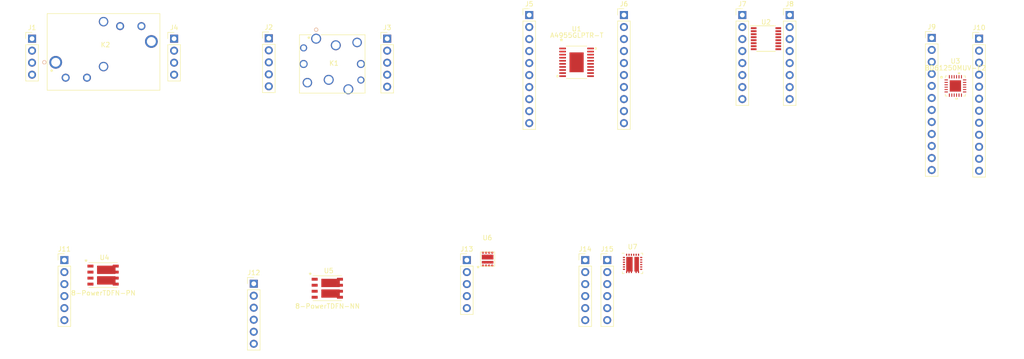
<source format=kicad_pcb>
(kicad_pcb (version 20171130) (host pcbnew "(5.1.6-0-10_14)")

  (general
    (thickness 1.6)
    (drawings 0)
    (tracks 0)
    (zones 0)
    (modules 24)
    (nets 108)
  )

  (page A4)
  (layers
    (0 F.Cu signal)
    (31 B.Cu signal)
    (32 B.Adhes user)
    (33 F.Adhes user)
    (34 B.Paste user)
    (35 F.Paste user)
    (36 B.SilkS user)
    (37 F.SilkS user)
    (38 B.Mask user)
    (39 F.Mask user)
    (40 Dwgs.User user)
    (41 Cmts.User user)
    (42 Eco1.User user)
    (43 Eco2.User user)
    (44 Edge.Cuts user)
    (45 Margin user)
    (46 B.CrtYd user)
    (47 F.CrtYd user)
    (48 B.Fab user)
    (49 F.Fab user)
  )

  (setup
    (last_trace_width 0.1016)
    (user_trace_width 0.127)
    (user_trace_width 0.2032)
    (user_trace_width 0.381)
    (user_trace_width 0.381)
    (user_trace_width 0.381)
    (user_trace_width 0.381)
    (user_trace_width 0.381)
    (user_trace_width 0.381)
    (user_trace_width 0.381)
    (user_trace_width 0.508)
    (user_trace_width 0.508)
    (user_trace_width 0.508)
    (user_trace_width 0.508)
    (user_trace_width 0.508)
    (user_trace_width 0.508)
    (user_trace_width 0.508)
    (user_trace_width 0.508)
    (user_trace_width 0.508)
    (user_trace_width 0.508)
    (user_trace_width 0.508)
    (user_trace_width 0.508)
    (user_trace_width 0.508)
    (user_trace_width 0.508)
    (user_trace_width 0.508)
    (user_trace_width 0.508)
    (user_trace_width 0.508)
    (user_trace_width 0.508)
    (user_trace_width 0.762)
    (user_trace_width 0.762)
    (user_trace_width 0.762)
    (user_trace_width 0.762)
    (user_trace_width 0.762)
    (user_trace_width 0.762)
    (user_trace_width 0.762)
    (user_trace_width 1.016)
    (user_trace_width 1.016)
    (user_trace_width 1.016)
    (user_trace_width 1.016)
    (user_trace_width 1.016)
    (user_trace_width 1.016)
    (user_trace_width 1.016)
    (user_trace_width 1.016)
    (user_trace_width 1.016)
    (user_trace_width 1.016)
    (user_trace_width 1.016)
    (user_trace_width 1.27)
    (user_trace_width 1.27)
    (user_trace_width 1.27)
    (user_trace_width 1.27)
    (user_trace_width 1.27)
    (user_trace_width 1.27)
    (user_trace_width 1.27)
    (user_trace_width 1.524)
    (user_trace_width 1.524)
    (user_trace_width 1.524)
    (user_trace_width 1.524)
    (user_trace_width 1.524)
    (user_trace_width 1.524)
    (user_trace_width 1.524)
    (user_trace_width 1.524)
    (user_trace_width 1.524)
    (user_trace_width 2.032)
    (user_trace_width 2.54)
    (user_trace_width 2.54)
    (user_trace_width 2.54)
    (user_trace_width 2.54)
    (user_trace_width 2.54)
    (user_trace_width 2.54)
    (user_trace_width 2.54)
    (user_trace_width 2.54)
    (user_trace_width 2.54)
    (user_trace_width 2.54)
    (user_trace_width 2.54)
    (user_trace_width 2.54)
    (user_trace_width 2.54)
    (user_trace_width 2.54)
    (user_trace_width 2.54)
    (user_trace_width 3.048)
    (user_trace_width 7.62)
    (user_trace_width 10.16)
    (trace_clearance 0.1016)
    (zone_clearance 0.508)
    (zone_45_only no)
    (trace_min 0.02)
    (via_size 0.8)
    (via_drill 0.4)
    (via_min_size 0.4)
    (via_min_drill 0.3)
    (user_via 0.508 0.4)
    (user_via 0.508 0.4)
    (user_via 0.508 0.4)
    (user_via 0.508 0.4)
    (user_via 0.508 0.4)
    (user_via 0.508 0.4)
    (user_via 0.508 0.4)
    (user_via 0.508 0.4)
    (user_via 1.016 0.4)
    (user_via 1.016 0.4)
    (user_via 1.016 0.4)
    (user_via 1.016 0.4)
    (user_via 1.016 0.4)
    (user_via 1.016 0.4)
    (user_via 1.016 0.4)
    (user_via 1.016 0.4)
    (user_via 1.524 0.4)
    (user_via 1.524 0.4)
    (user_via 1.524 0.4)
    (user_via 1.524 0.4)
    (user_via 1.524 0.4)
    (user_via 1.524 0.4)
    (user_via 1.524 0.4)
    (user_via 1.524 0.4)
    (user_via 2.54 0.4)
    (user_via 2.54 0.4)
    (user_via 2.54 0.4)
    (user_via 2.54 0.4)
    (user_via 2.54 0.4)
    (user_via 2.54 0.4)
    (user_via 2.54 0.4)
    (user_via 2.54 0.4)
    (uvia_size 0.3)
    (uvia_drill 0.1)
    (uvias_allowed no)
    (uvia_min_size 0.2)
    (uvia_min_drill 0.1)
    (edge_width 0.1)
    (segment_width 0.2)
    (pcb_text_width 0.3)
    (pcb_text_size 1.5 1.5)
    (mod_edge_width 0.15)
    (mod_text_size 1 1)
    (mod_text_width 0.15)
    (pad_size 1.524 1.524)
    (pad_drill 0.762)
    (pad_to_mask_clearance 0)
    (aux_axis_origin 0 0)
    (visible_elements FFFFFF7F)
    (pcbplotparams
      (layerselection 0x010fc_ffffffff)
      (usegerberextensions false)
      (usegerberattributes true)
      (usegerberadvancedattributes true)
      (creategerberjobfile true)
      (excludeedgelayer true)
      (linewidth 0.100000)
      (plotframeref false)
      (viasonmask false)
      (mode 1)
      (useauxorigin false)
      (hpglpennumber 1)
      (hpglpenspeed 20)
      (hpglpendiameter 15.000000)
      (psnegative false)
      (psa4output false)
      (plotreference true)
      (plotvalue true)
      (plotinvisibletext false)
      (padsonsilk false)
      (subtractmaskfromsilk false)
      (outputformat 1)
      (mirror false)
      (drillshape 1)
      (scaleselection 1)
      (outputdirectory ""))
  )

  (net 0 "")
  (net 1 /A4)
  (net 2 /A3)
  (net 3 /A2)
  (net 4 /A1)
  (net 5 /B5)
  (net 6 /B4)
  (net 7 /B3)
  (net 8 /B2)
  (net 9 /B1)
  (net 10 /B6)
  (net 11 /B7)
  (net 12 /B8)
  (net 13 /B9)
  (net 14 /B10)
  (net 15 /A5)
  (net 16 /A6)
  (net 17 /A7)
  (net 18 /A8)
  (net 19 /C10)
  (net 20 /C9)
  (net 21 /C8)
  (net 22 /C7)
  (net 23 /C6)
  (net 24 /C5)
  (net 25 /C4)
  (net 26 /C3)
  (net 27 /C2)
  (net 28 /C1)
  (net 29 /C20)
  (net 30 /C19)
  (net 31 /C18)
  (net 32 /C17)
  (net 33 /C16)
  (net 34 /C15)
  (net 35 /C14)
  (net 36 /C13)
  (net 37 /C12)
  (net 38 /C11)
  (net 39 /D8)
  (net 40 /D7)
  (net 41 /D6)
  (net 42 /D5)
  (net 43 /D4)
  (net 44 /D3)
  (net 45 /D2)
  (net 46 /D1)
  (net 47 /D16)
  (net 48 /D15)
  (net 49 /D14)
  (net 50 /D13)
  (net 51 /D12)
  (net 52 /D11)
  (net 53 /D10)
  (net 54 /D9)
  (net 55 /E24)
  (net 56 /E23)
  (net 57 /E22)
  (net 58 /E21)
  (net 59 /E20)
  (net 60 /E19)
  (net 61 /E18)
  (net 62 /E17)
  (net 63 /E16)
  (net 64 /E15)
  (net 65 /E14)
  (net 66 /E13)
  (net 67 /E12)
  (net 68 /E11)
  (net 69 /E10)
  (net 70 /E9)
  (net 71 /E8)
  (net 72 /E7)
  (net 73 /E6)
  (net 74 /E5)
  (net 75 /E4)
  (net 76 /E3)
  (net 77 /E2)
  (net 78 /E1)
  (net 79 /F6)
  (net 80 /F5)
  (net 81 /F4)
  (net 82 /F3)
  (net 83 /F2)
  (net 84 /F1)
  (net 85 /G6)
  (net 86 /G5)
  (net 87 /G4)
  (net 88 /G3)
  (net 89 /G2)
  (net 90 /G1)
  (net 91 /H5)
  (net 92 /H4)
  (net 93 /H3)
  (net 94 /H2)
  (net 95 /H1)
  (net 96 /I6)
  (net 97 /I5)
  (net 98 /I4)
  (net 99 /I3)
  (net 100 /I2)
  (net 101 /I1)
  (net 102 /I23)
  (net 103 /I21)
  (net 104 /I20)
  (net 105 /I12)
  (net 106 /I10)
  (net 107 /I7)

  (net_class Default "This is the default net class."
    (clearance 0.1016)
    (trace_width 0.1016)
    (via_dia 0.8)
    (via_drill 0.4)
    (uvia_dia 0.3)
    (uvia_drill 0.1)
    (add_net /A1)
    (add_net /A2)
    (add_net /A3)
    (add_net /A4)
    (add_net /A5)
    (add_net /A6)
    (add_net /A7)
    (add_net /A8)
    (add_net /B1)
    (add_net /B10)
    (add_net /B2)
    (add_net /B3)
    (add_net /B4)
    (add_net /B5)
    (add_net /B6)
    (add_net /B7)
    (add_net /B8)
    (add_net /B9)
    (add_net /C1)
    (add_net /C10)
    (add_net /C11)
    (add_net /C12)
    (add_net /C13)
    (add_net /C14)
    (add_net /C15)
    (add_net /C16)
    (add_net /C17)
    (add_net /C18)
    (add_net /C19)
    (add_net /C2)
    (add_net /C20)
    (add_net /C3)
    (add_net /C4)
    (add_net /C5)
    (add_net /C6)
    (add_net /C7)
    (add_net /C8)
    (add_net /C9)
    (add_net /D1)
    (add_net /D10)
    (add_net /D11)
    (add_net /D12)
    (add_net /D13)
    (add_net /D14)
    (add_net /D15)
    (add_net /D16)
    (add_net /D2)
    (add_net /D3)
    (add_net /D4)
    (add_net /D5)
    (add_net /D6)
    (add_net /D7)
    (add_net /D8)
    (add_net /D9)
    (add_net /E1)
    (add_net /E10)
    (add_net /E11)
    (add_net /E12)
    (add_net /E13)
    (add_net /E14)
    (add_net /E15)
    (add_net /E16)
    (add_net /E17)
    (add_net /E18)
    (add_net /E19)
    (add_net /E2)
    (add_net /E20)
    (add_net /E21)
    (add_net /E22)
    (add_net /E23)
    (add_net /E24)
    (add_net /E3)
    (add_net /E4)
    (add_net /E5)
    (add_net /E6)
    (add_net /E7)
    (add_net /E8)
    (add_net /E9)
    (add_net /F1)
    (add_net /F2)
    (add_net /F3)
    (add_net /F4)
    (add_net /F5)
    (add_net /F6)
    (add_net /G1)
    (add_net /G2)
    (add_net /G3)
    (add_net /G4)
    (add_net /G5)
    (add_net /G6)
    (add_net /H1)
    (add_net /H2)
    (add_net /H3)
    (add_net /H4)
    (add_net /H5)
    (add_net /I1)
    (add_net /I10)
    (add_net /I12)
    (add_net /I2)
    (add_net /I20)
    (add_net /I21)
    (add_net /I23)
    (add_net /I3)
    (add_net /I4)
    (add_net /I5)
    (add_net /I6)
    (add_net /I7)
  )

  (module Ninja-qPCR:AOZ2264QI-19 (layer F.Cu) (tedit 615BB97D) (tstamp 615BBA56)
    (at 156.825001 82.525001)
    (path /615E2052)
    (attr smd)
    (fp_text reference U7 (at 0 -3.5) (layer F.SilkS)
      (effects (font (size 1 1) (thickness 0.15)))
    )
    (fp_text value AOZ2264QI-19 (at 0 3.5) (layer F.Fab)
      (effects (font (size 1 1) (thickness 0.15)))
    )
    (fp_poly (pts (xy 1.34 1.72) (xy 0.39 1.72) (xy 0.39 -1.38) (xy 1.34 -1.38)) (layer F.Mask) (width 0))
    (fp_poly (pts (xy 0.01 1.72) (xy -1.33 1.72) (xy -1.33 -1.38) (xy 0.01 -1.38)) (layer F.Mask) (width 0))
    (fp_line (start -1 -2) (end -2 -1) (layer F.Fab) (width 0.15))
    (fp_line (start -2 -1) (end -2 2) (layer F.Fab) (width 0.15))
    (fp_line (start -2 2) (end 2 2) (layer F.Fab) (width 0.15))
    (fp_line (start 2 2) (end 2 -2) (layer F.Fab) (width 0.15))
    (fp_line (start 2 -2) (end -1 -2) (layer F.Fab) (width 0.15))
    (fp_line (start 1.75 -2.15) (end 2.15 -2.15) (layer F.SilkS) (width 0.12))
    (fp_line (start 2.15 -2.15) (end 2.15 -1.75) (layer F.SilkS) (width 0.12))
    (fp_line (start 1.75 2.15) (end 2.15 2.15) (layer F.SilkS) (width 0.12))
    (fp_line (start 2.15 2.15) (end 2.15 1.75) (layer F.SilkS) (width 0.12))
    (fp_line (start -1.75 2.15) (end -2.15 2.15) (layer F.SilkS) (width 0.12))
    (fp_line (start -2.15 2.15) (end -2.15 1.75) (layer F.SilkS) (width 0.12))
    (fp_line (start -1.75 -2.15) (end -2.225 -2.15) (layer F.SilkS) (width 0.12))
    (fp_line (start -2.5 -2.5) (end 2.5 -2.5) (layer F.CrtYd) (width 0.05))
    (fp_line (start 2.5 -2.5) (end 2.5 2.5) (layer F.CrtYd) (width 0.05))
    (fp_line (start 2.5 2.5) (end -2.5 2.5) (layer F.CrtYd) (width 0.05))
    (fp_line (start -2.5 2.5) (end -2.5 -2.5) (layer F.CrtYd) (width 0.05))
    (fp_poly (pts (xy 0.01 1.72) (xy -1.33 1.72) (xy -1.33 -1.38) (xy 0.01 -1.38)) (layer F.Paste) (width 0))
    (fp_poly (pts (xy 1.34 1.72) (xy 0.39 1.72) (xy 0.39 -1.38) (xy 1.34 -1.38)) (layer F.Cu) (width 0))
    (fp_poly (pts (xy 0 1.72) (xy -1.34 1.72) (xy -1.34 -1.38) (xy 0 -1.38)) (layer F.Cu) (width 0))
    (fp_poly (pts (xy 1.34 1.72) (xy 0.39 1.72) (xy 0.39 -1.38) (xy 1.34 -1.38)) (layer F.Paste) (width 0))
    (pad 23 smd rect (at -1.25 -1.82) (size 0.25 0.45) (layers F.Cu F.Paste F.Mask)
      (net 102 /I23))
    (pad 22 smd rect (at -0.75 -1.82) (size 0.25 0.45) (layers F.Cu F.Paste F.Mask)
      (net 107 /I7))
    (pad 21 smd rect (at -0.25 -1.82) (size 0.25 0.45) (layers F.Cu F.Paste F.Mask)
      (net 103 /I21))
    (pad 20 smd rect (at 0.25 -1.82) (size 0.25 0.45) (layers F.Cu F.Paste F.Mask)
      (net 104 /I20))
    (pad 19 smd rect (at 0.75 -1.82) (size 0.25 0.45) (layers F.Cu F.Paste F.Mask)
      (net 105 /I12))
    (pad 18 smd rect (at 1.25 -1.82) (size 0.25 0.45) (layers F.Cu F.Paste F.Mask)
      (net 106 /I10))
    (pad 17 smd rect (at 1.82 -1.25 90) (size 0.25 0.45) (layers F.Cu F.Paste F.Mask)
      (net 106 /I10))
    (pad 16 smd rect (at 1.82 -0.75 90) (size 0.25 0.45) (layers F.Cu F.Paste F.Mask)
      (net 106 /I10))
    (pad 15 smd rect (at 1.82 -0.25 90) (size 0.25 0.45) (layers F.Cu F.Paste F.Mask)
      (net 105 /I12))
    (pad 14 smd rect (at 1.82 0.25 90) (size 0.25 0.45) (layers F.Cu F.Paste F.Mask)
      (net 105 /I12))
    (pad 13 smd rect (at 1.82 0.75 90) (size 0.25 0.45) (layers F.Cu F.Paste F.Mask)
      (net 105 /I12))
    (pad 12 smd rect (at 1.82 1.25 90) (size 0.25 0.45) (layers F.Cu F.Paste F.Mask)
      (net 105 /I12))
    (pad 11 smd rect (at 1.25 1.82) (size 0.25 0.45) (layers F.Cu F.Paste F.Mask)
      (net 106 /I10))
    (pad 10 smd rect (at 0.75 1.82) (size 0.25 0.45) (layers F.Cu F.Paste F.Mask)
      (net 106 /I10))
    (pad 9 smd rect (at -0.25 1.82) (size 0.25 0.45) (layers F.Cu F.Paste F.Mask)
      (net 107 /I7))
    (pad 8 smd rect (at -0.75 1.82) (size 0.25 0.45) (layers F.Cu F.Paste F.Mask)
      (net 107 /I7))
    (pad 7 smd rect (at -1.25 1.82) (size 0.25 0.45) (layers F.Cu F.Paste F.Mask)
      (net 107 /I7))
    (pad 6 smd rect (at -1.82 1.25 90) (size 0.25 0.45) (layers F.Cu F.Paste F.Mask)
      (net 96 /I6))
    (pad 5 smd rect (at -1.82 0.75 90) (size 0.25 0.45) (layers F.Cu F.Paste F.Mask)
      (net 97 /I5))
    (pad 4 smd rect (at -1.82 0.25 90) (size 0.25 0.45) (layers F.Cu F.Paste F.Mask)
      (net 98 /I4))
    (pad 3 smd rect (at -1.82 -0.25 90) (size 0.25 0.45) (layers F.Cu F.Paste F.Mask)
      (net 99 /I3))
    (pad 2 smd rect (at -1.82 -0.75 90) (size 0.25 0.45) (layers F.Cu F.Paste F.Mask)
      (net 100 /I2))
    (pad 1 smd rect (at -1.82 -1.25 90) (size 0.25 0.45) (layers F.Cu F.Paste F.Mask)
      (net 101 /I1))
  )

  (module Pin_Headers:Pin_Header_Straight_1x04_Pitch2.54mm (layer F.Cu) (tedit 59650532) (tstamp 615B6E32)
    (at 30 35)
    (descr "Through hole straight pin header, 1x04, 2.54mm pitch, single row")
    (tags "Through hole pin header THT 1x04 2.54mm single row")
    (path /615B6A96)
    (fp_text reference J1 (at 0 -2.33) (layer F.SilkS)
      (effects (font (size 1 1) (thickness 0.15)))
    )
    (fp_text value Conn_01x04_Male (at 0 9.95) (layer F.Fab)
      (effects (font (size 1 1) (thickness 0.15)))
    )
    (fp_line (start 1.8 -1.8) (end -1.8 -1.8) (layer F.CrtYd) (width 0.05))
    (fp_line (start 1.8 9.4) (end 1.8 -1.8) (layer F.CrtYd) (width 0.05))
    (fp_line (start -1.8 9.4) (end 1.8 9.4) (layer F.CrtYd) (width 0.05))
    (fp_line (start -1.8 -1.8) (end -1.8 9.4) (layer F.CrtYd) (width 0.05))
    (fp_line (start -1.33 -1.33) (end 0 -1.33) (layer F.SilkS) (width 0.12))
    (fp_line (start -1.33 0) (end -1.33 -1.33) (layer F.SilkS) (width 0.12))
    (fp_line (start -1.33 1.27) (end 1.33 1.27) (layer F.SilkS) (width 0.12))
    (fp_line (start 1.33 1.27) (end 1.33 8.95) (layer F.SilkS) (width 0.12))
    (fp_line (start -1.33 1.27) (end -1.33 8.95) (layer F.SilkS) (width 0.12))
    (fp_line (start -1.33 8.95) (end 1.33 8.95) (layer F.SilkS) (width 0.12))
    (fp_line (start -1.27 -0.635) (end -0.635 -1.27) (layer F.Fab) (width 0.1))
    (fp_line (start -1.27 8.89) (end -1.27 -0.635) (layer F.Fab) (width 0.1))
    (fp_line (start 1.27 8.89) (end -1.27 8.89) (layer F.Fab) (width 0.1))
    (fp_line (start 1.27 -1.27) (end 1.27 8.89) (layer F.Fab) (width 0.1))
    (fp_line (start -0.635 -1.27) (end 1.27 -1.27) (layer F.Fab) (width 0.1))
    (fp_text user %R (at 0 3.81 90) (layer F.Fab)
      (effects (font (size 1 1) (thickness 0.15)))
    )
    (pad 4 thru_hole oval (at 0 7.62) (size 1.7 1.7) (drill 1) (layers *.Cu *.Mask)
      (net 1 /A4))
    (pad 3 thru_hole oval (at 0 5.08) (size 1.7 1.7) (drill 1) (layers *.Cu *.Mask)
      (net 2 /A3))
    (pad 2 thru_hole oval (at 0 2.54) (size 1.7 1.7) (drill 1) (layers *.Cu *.Mask)
      (net 3 /A2))
    (pad 1 thru_hole rect (at 0 0) (size 1.7 1.7) (drill 1) (layers *.Cu *.Mask)
      (net 4 /A1))
    (model ${KISYS3DMOD}/Pin_Headers.3dshapes/Pin_Header_Straight_1x04_Pitch2.54mm.wrl
      (at (xyz 0 0 0))
      (scale (xyz 1 1 1))
      (rotate (xyz 0 0 0))
    )
  )

  (module Pin_Headers:Pin_Header_Straight_1x05_Pitch2.54mm (layer F.Cu) (tedit 59650532) (tstamp 615B6E4B)
    (at 80 34.92)
    (descr "Through hole straight pin header, 1x05, 2.54mm pitch, single row")
    (tags "Through hole pin header THT 1x05 2.54mm single row")
    (path /615B9AE9)
    (fp_text reference J2 (at 0 -2.33) (layer F.SilkS)
      (effects (font (size 1 1) (thickness 0.15)))
    )
    (fp_text value Conn_01x05_Male (at 0 12.49) (layer F.Fab)
      (effects (font (size 1 1) (thickness 0.15)))
    )
    (fp_line (start 1.8 -1.8) (end -1.8 -1.8) (layer F.CrtYd) (width 0.05))
    (fp_line (start 1.8 11.95) (end 1.8 -1.8) (layer F.CrtYd) (width 0.05))
    (fp_line (start -1.8 11.95) (end 1.8 11.95) (layer F.CrtYd) (width 0.05))
    (fp_line (start -1.8 -1.8) (end -1.8 11.95) (layer F.CrtYd) (width 0.05))
    (fp_line (start -1.33 -1.33) (end 0 -1.33) (layer F.SilkS) (width 0.12))
    (fp_line (start -1.33 0) (end -1.33 -1.33) (layer F.SilkS) (width 0.12))
    (fp_line (start -1.33 1.27) (end 1.33 1.27) (layer F.SilkS) (width 0.12))
    (fp_line (start 1.33 1.27) (end 1.33 11.49) (layer F.SilkS) (width 0.12))
    (fp_line (start -1.33 1.27) (end -1.33 11.49) (layer F.SilkS) (width 0.12))
    (fp_line (start -1.33 11.49) (end 1.33 11.49) (layer F.SilkS) (width 0.12))
    (fp_line (start -1.27 -0.635) (end -0.635 -1.27) (layer F.Fab) (width 0.1))
    (fp_line (start -1.27 11.43) (end -1.27 -0.635) (layer F.Fab) (width 0.1))
    (fp_line (start 1.27 11.43) (end -1.27 11.43) (layer F.Fab) (width 0.1))
    (fp_line (start 1.27 -1.27) (end 1.27 11.43) (layer F.Fab) (width 0.1))
    (fp_line (start -0.635 -1.27) (end 1.27 -1.27) (layer F.Fab) (width 0.1))
    (fp_text user %R (at 0 5.08 90) (layer F.Fab)
      (effects (font (size 1 1) (thickness 0.15)))
    )
    (pad 5 thru_hole oval (at 0 10.16) (size 1.7 1.7) (drill 1) (layers *.Cu *.Mask)
      (net 5 /B5))
    (pad 4 thru_hole oval (at 0 7.62) (size 1.7 1.7) (drill 1) (layers *.Cu *.Mask)
      (net 6 /B4))
    (pad 3 thru_hole oval (at 0 5.08) (size 1.7 1.7) (drill 1) (layers *.Cu *.Mask)
      (net 7 /B3))
    (pad 2 thru_hole oval (at 0 2.54) (size 1.7 1.7) (drill 1) (layers *.Cu *.Mask)
      (net 8 /B2))
    (pad 1 thru_hole rect (at 0 0) (size 1.7 1.7) (drill 1) (layers *.Cu *.Mask)
      (net 9 /B1))
    (model ${KISYS3DMOD}/Pin_Headers.3dshapes/Pin_Header_Straight_1x05_Pitch2.54mm.wrl
      (at (xyz 0 0 0))
      (scale (xyz 1 1 1))
      (rotate (xyz 0 0 0))
    )
  )

  (module Pin_Headers:Pin_Header_Straight_1x05_Pitch2.54mm (layer F.Cu) (tedit 59650532) (tstamp 615B6E64)
    (at 105 35)
    (descr "Through hole straight pin header, 1x05, 2.54mm pitch, single row")
    (tags "Through hole pin header THT 1x05 2.54mm single row")
    (path /615BACC9)
    (fp_text reference J3 (at 0 -2.33) (layer F.SilkS)
      (effects (font (size 1 1) (thickness 0.15)))
    )
    (fp_text value Conn_01x05_Male (at 0 12.49) (layer F.Fab)
      (effects (font (size 1 1) (thickness 0.15)))
    )
    (fp_line (start -0.635 -1.27) (end 1.27 -1.27) (layer F.Fab) (width 0.1))
    (fp_line (start 1.27 -1.27) (end 1.27 11.43) (layer F.Fab) (width 0.1))
    (fp_line (start 1.27 11.43) (end -1.27 11.43) (layer F.Fab) (width 0.1))
    (fp_line (start -1.27 11.43) (end -1.27 -0.635) (layer F.Fab) (width 0.1))
    (fp_line (start -1.27 -0.635) (end -0.635 -1.27) (layer F.Fab) (width 0.1))
    (fp_line (start -1.33 11.49) (end 1.33 11.49) (layer F.SilkS) (width 0.12))
    (fp_line (start -1.33 1.27) (end -1.33 11.49) (layer F.SilkS) (width 0.12))
    (fp_line (start 1.33 1.27) (end 1.33 11.49) (layer F.SilkS) (width 0.12))
    (fp_line (start -1.33 1.27) (end 1.33 1.27) (layer F.SilkS) (width 0.12))
    (fp_line (start -1.33 0) (end -1.33 -1.33) (layer F.SilkS) (width 0.12))
    (fp_line (start -1.33 -1.33) (end 0 -1.33) (layer F.SilkS) (width 0.12))
    (fp_line (start -1.8 -1.8) (end -1.8 11.95) (layer F.CrtYd) (width 0.05))
    (fp_line (start -1.8 11.95) (end 1.8 11.95) (layer F.CrtYd) (width 0.05))
    (fp_line (start 1.8 11.95) (end 1.8 -1.8) (layer F.CrtYd) (width 0.05))
    (fp_line (start 1.8 -1.8) (end -1.8 -1.8) (layer F.CrtYd) (width 0.05))
    (fp_text user %R (at 0 5.08 90) (layer F.Fab)
      (effects (font (size 1 1) (thickness 0.15)))
    )
    (pad 1 thru_hole rect (at 0 0) (size 1.7 1.7) (drill 1) (layers *.Cu *.Mask)
      (net 10 /B6))
    (pad 2 thru_hole oval (at 0 2.54) (size 1.7 1.7) (drill 1) (layers *.Cu *.Mask)
      (net 11 /B7))
    (pad 3 thru_hole oval (at 0 5.08) (size 1.7 1.7) (drill 1) (layers *.Cu *.Mask)
      (net 12 /B8))
    (pad 4 thru_hole oval (at 0 7.62) (size 1.7 1.7) (drill 1) (layers *.Cu *.Mask)
      (net 13 /B9))
    (pad 5 thru_hole oval (at 0 10.16) (size 1.7 1.7) (drill 1) (layers *.Cu *.Mask)
      (net 14 /B10))
    (model ${KISYS3DMOD}/Pin_Headers.3dshapes/Pin_Header_Straight_1x05_Pitch2.54mm.wrl
      (at (xyz 0 0 0))
      (scale (xyz 1 1 1))
      (rotate (xyz 0 0 0))
    )
  )

  (module Pin_Headers:Pin_Header_Straight_1x04_Pitch2.54mm (layer F.Cu) (tedit 59650532) (tstamp 615B6E7C)
    (at 60 35)
    (descr "Through hole straight pin header, 1x04, 2.54mm pitch, single row")
    (tags "Through hole pin header THT 1x04 2.54mm single row")
    (path /615B86C2)
    (fp_text reference J4 (at 0 -2.33) (layer F.SilkS)
      (effects (font (size 1 1) (thickness 0.15)))
    )
    (fp_text value Conn_01x04_Male (at 0 9.95) (layer F.Fab)
      (effects (font (size 1 1) (thickness 0.15)))
    )
    (fp_line (start -0.635 -1.27) (end 1.27 -1.27) (layer F.Fab) (width 0.1))
    (fp_line (start 1.27 -1.27) (end 1.27 8.89) (layer F.Fab) (width 0.1))
    (fp_line (start 1.27 8.89) (end -1.27 8.89) (layer F.Fab) (width 0.1))
    (fp_line (start -1.27 8.89) (end -1.27 -0.635) (layer F.Fab) (width 0.1))
    (fp_line (start -1.27 -0.635) (end -0.635 -1.27) (layer F.Fab) (width 0.1))
    (fp_line (start -1.33 8.95) (end 1.33 8.95) (layer F.SilkS) (width 0.12))
    (fp_line (start -1.33 1.27) (end -1.33 8.95) (layer F.SilkS) (width 0.12))
    (fp_line (start 1.33 1.27) (end 1.33 8.95) (layer F.SilkS) (width 0.12))
    (fp_line (start -1.33 1.27) (end 1.33 1.27) (layer F.SilkS) (width 0.12))
    (fp_line (start -1.33 0) (end -1.33 -1.33) (layer F.SilkS) (width 0.12))
    (fp_line (start -1.33 -1.33) (end 0 -1.33) (layer F.SilkS) (width 0.12))
    (fp_line (start -1.8 -1.8) (end -1.8 9.4) (layer F.CrtYd) (width 0.05))
    (fp_line (start -1.8 9.4) (end 1.8 9.4) (layer F.CrtYd) (width 0.05))
    (fp_line (start 1.8 9.4) (end 1.8 -1.8) (layer F.CrtYd) (width 0.05))
    (fp_line (start 1.8 -1.8) (end -1.8 -1.8) (layer F.CrtYd) (width 0.05))
    (fp_text user %R (at 0 3.81 90) (layer F.Fab)
      (effects (font (size 1 1) (thickness 0.15)))
    )
    (pad 1 thru_hole rect (at 0 0) (size 1.7 1.7) (drill 1) (layers *.Cu *.Mask)
      (net 15 /A5))
    (pad 2 thru_hole oval (at 0 2.54) (size 1.7 1.7) (drill 1) (layers *.Cu *.Mask)
      (net 16 /A6))
    (pad 3 thru_hole oval (at 0 5.08) (size 1.7 1.7) (drill 1) (layers *.Cu *.Mask)
      (net 17 /A7))
    (pad 4 thru_hole oval (at 0 7.62) (size 1.7 1.7) (drill 1) (layers *.Cu *.Mask)
      (net 18 /A8))
    (model ${KISYS3DMOD}/Pin_Headers.3dshapes/Pin_Header_Straight_1x04_Pitch2.54mm.wrl
      (at (xyz 0 0 0))
      (scale (xyz 1 1 1))
      (rotate (xyz 0 0 0))
    )
  )

  (module Pin_Headers:Pin_Header_Straight_1x10_Pitch2.54mm (layer F.Cu) (tedit 59650532) (tstamp 615B6E9A)
    (at 135 30)
    (descr "Through hole straight pin header, 1x10, 2.54mm pitch, single row")
    (tags "Through hole pin header THT 1x10 2.54mm single row")
    (path /615CEAE2)
    (fp_text reference J5 (at 0 -2.33) (layer F.SilkS)
      (effects (font (size 1 1) (thickness 0.15)))
    )
    (fp_text value Conn_01x10_Male (at 0 25.19) (layer F.Fab)
      (effects (font (size 1 1) (thickness 0.15)))
    )
    (fp_line (start 1.8 -1.8) (end -1.8 -1.8) (layer F.CrtYd) (width 0.05))
    (fp_line (start 1.8 24.65) (end 1.8 -1.8) (layer F.CrtYd) (width 0.05))
    (fp_line (start -1.8 24.65) (end 1.8 24.65) (layer F.CrtYd) (width 0.05))
    (fp_line (start -1.8 -1.8) (end -1.8 24.65) (layer F.CrtYd) (width 0.05))
    (fp_line (start -1.33 -1.33) (end 0 -1.33) (layer F.SilkS) (width 0.12))
    (fp_line (start -1.33 0) (end -1.33 -1.33) (layer F.SilkS) (width 0.12))
    (fp_line (start -1.33 1.27) (end 1.33 1.27) (layer F.SilkS) (width 0.12))
    (fp_line (start 1.33 1.27) (end 1.33 24.19) (layer F.SilkS) (width 0.12))
    (fp_line (start -1.33 1.27) (end -1.33 24.19) (layer F.SilkS) (width 0.12))
    (fp_line (start -1.33 24.19) (end 1.33 24.19) (layer F.SilkS) (width 0.12))
    (fp_line (start -1.27 -0.635) (end -0.635 -1.27) (layer F.Fab) (width 0.1))
    (fp_line (start -1.27 24.13) (end -1.27 -0.635) (layer F.Fab) (width 0.1))
    (fp_line (start 1.27 24.13) (end -1.27 24.13) (layer F.Fab) (width 0.1))
    (fp_line (start 1.27 -1.27) (end 1.27 24.13) (layer F.Fab) (width 0.1))
    (fp_line (start -0.635 -1.27) (end 1.27 -1.27) (layer F.Fab) (width 0.1))
    (fp_text user %R (at 0 11.43 90) (layer F.Fab)
      (effects (font (size 1 1) (thickness 0.15)))
    )
    (pad 10 thru_hole oval (at 0 22.86) (size 1.7 1.7) (drill 1) (layers *.Cu *.Mask)
      (net 19 /C10))
    (pad 9 thru_hole oval (at 0 20.32) (size 1.7 1.7) (drill 1) (layers *.Cu *.Mask)
      (net 20 /C9))
    (pad 8 thru_hole oval (at 0 17.78) (size 1.7 1.7) (drill 1) (layers *.Cu *.Mask)
      (net 21 /C8))
    (pad 7 thru_hole oval (at 0 15.24) (size 1.7 1.7) (drill 1) (layers *.Cu *.Mask)
      (net 22 /C7))
    (pad 6 thru_hole oval (at 0 12.7) (size 1.7 1.7) (drill 1) (layers *.Cu *.Mask)
      (net 23 /C6))
    (pad 5 thru_hole oval (at 0 10.16) (size 1.7 1.7) (drill 1) (layers *.Cu *.Mask)
      (net 24 /C5))
    (pad 4 thru_hole oval (at 0 7.62) (size 1.7 1.7) (drill 1) (layers *.Cu *.Mask)
      (net 25 /C4))
    (pad 3 thru_hole oval (at 0 5.08) (size 1.7 1.7) (drill 1) (layers *.Cu *.Mask)
      (net 26 /C3))
    (pad 2 thru_hole oval (at 0 2.54) (size 1.7 1.7) (drill 1) (layers *.Cu *.Mask)
      (net 27 /C2))
    (pad 1 thru_hole rect (at 0 0) (size 1.7 1.7) (drill 1) (layers *.Cu *.Mask)
      (net 28 /C1))
    (model ${KISYS3DMOD}/Pin_Headers.3dshapes/Pin_Header_Straight_1x10_Pitch2.54mm.wrl
      (at (xyz 0 0 0))
      (scale (xyz 1 1 1))
      (rotate (xyz 0 0 0))
    )
  )

  (module Pin_Headers:Pin_Header_Straight_1x10_Pitch2.54mm (layer F.Cu) (tedit 59650532) (tstamp 615B6EB8)
    (at 155 30)
    (descr "Through hole straight pin header, 1x10, 2.54mm pitch, single row")
    (tags "Through hole pin header THT 1x10 2.54mm single row")
    (path /615D082C)
    (fp_text reference J6 (at 0 -2.33) (layer F.SilkS)
      (effects (font (size 1 1) (thickness 0.15)))
    )
    (fp_text value Conn_01x10_Male (at 0 25.19) (layer F.Fab)
      (effects (font (size 1 1) (thickness 0.15)))
    )
    (fp_line (start -0.635 -1.27) (end 1.27 -1.27) (layer F.Fab) (width 0.1))
    (fp_line (start 1.27 -1.27) (end 1.27 24.13) (layer F.Fab) (width 0.1))
    (fp_line (start 1.27 24.13) (end -1.27 24.13) (layer F.Fab) (width 0.1))
    (fp_line (start -1.27 24.13) (end -1.27 -0.635) (layer F.Fab) (width 0.1))
    (fp_line (start -1.27 -0.635) (end -0.635 -1.27) (layer F.Fab) (width 0.1))
    (fp_line (start -1.33 24.19) (end 1.33 24.19) (layer F.SilkS) (width 0.12))
    (fp_line (start -1.33 1.27) (end -1.33 24.19) (layer F.SilkS) (width 0.12))
    (fp_line (start 1.33 1.27) (end 1.33 24.19) (layer F.SilkS) (width 0.12))
    (fp_line (start -1.33 1.27) (end 1.33 1.27) (layer F.SilkS) (width 0.12))
    (fp_line (start -1.33 0) (end -1.33 -1.33) (layer F.SilkS) (width 0.12))
    (fp_line (start -1.33 -1.33) (end 0 -1.33) (layer F.SilkS) (width 0.12))
    (fp_line (start -1.8 -1.8) (end -1.8 24.65) (layer F.CrtYd) (width 0.05))
    (fp_line (start -1.8 24.65) (end 1.8 24.65) (layer F.CrtYd) (width 0.05))
    (fp_line (start 1.8 24.65) (end 1.8 -1.8) (layer F.CrtYd) (width 0.05))
    (fp_line (start 1.8 -1.8) (end -1.8 -1.8) (layer F.CrtYd) (width 0.05))
    (fp_text user %R (at 0 11.43 90) (layer F.Fab)
      (effects (font (size 1 1) (thickness 0.15)))
    )
    (pad 1 thru_hole rect (at 0 0) (size 1.7 1.7) (drill 1) (layers *.Cu *.Mask)
      (net 29 /C20))
    (pad 2 thru_hole oval (at 0 2.54) (size 1.7 1.7) (drill 1) (layers *.Cu *.Mask)
      (net 30 /C19))
    (pad 3 thru_hole oval (at 0 5.08) (size 1.7 1.7) (drill 1) (layers *.Cu *.Mask)
      (net 31 /C18))
    (pad 4 thru_hole oval (at 0 7.62) (size 1.7 1.7) (drill 1) (layers *.Cu *.Mask)
      (net 32 /C17))
    (pad 5 thru_hole oval (at 0 10.16) (size 1.7 1.7) (drill 1) (layers *.Cu *.Mask)
      (net 33 /C16))
    (pad 6 thru_hole oval (at 0 12.7) (size 1.7 1.7) (drill 1) (layers *.Cu *.Mask)
      (net 34 /C15))
    (pad 7 thru_hole oval (at 0 15.24) (size 1.7 1.7) (drill 1) (layers *.Cu *.Mask)
      (net 35 /C14))
    (pad 8 thru_hole oval (at 0 17.78) (size 1.7 1.7) (drill 1) (layers *.Cu *.Mask)
      (net 36 /C13))
    (pad 9 thru_hole oval (at 0 20.32) (size 1.7 1.7) (drill 1) (layers *.Cu *.Mask)
      (net 37 /C12))
    (pad 10 thru_hole oval (at 0 22.86) (size 1.7 1.7) (drill 1) (layers *.Cu *.Mask)
      (net 38 /C11))
    (model ${KISYS3DMOD}/Pin_Headers.3dshapes/Pin_Header_Straight_1x10_Pitch2.54mm.wrl
      (at (xyz 0 0 0))
      (scale (xyz 1 1 1))
      (rotate (xyz 0 0 0))
    )
  )

  (module Pin_Headers:Pin_Header_Straight_1x08_Pitch2.54mm (layer F.Cu) (tedit 59650532) (tstamp 615B6ED4)
    (at 180 30)
    (descr "Through hole straight pin header, 1x08, 2.54mm pitch, single row")
    (tags "Through hole pin header THT 1x08 2.54mm single row")
    (path /61611AFB)
    (fp_text reference J7 (at 0 -2.33) (layer F.SilkS)
      (effects (font (size 1 1) (thickness 0.15)))
    )
    (fp_text value Conn_01x08_Male (at 0 20.11) (layer F.Fab)
      (effects (font (size 1 1) (thickness 0.15)))
    )
    (fp_line (start 1.8 -1.8) (end -1.8 -1.8) (layer F.CrtYd) (width 0.05))
    (fp_line (start 1.8 19.55) (end 1.8 -1.8) (layer F.CrtYd) (width 0.05))
    (fp_line (start -1.8 19.55) (end 1.8 19.55) (layer F.CrtYd) (width 0.05))
    (fp_line (start -1.8 -1.8) (end -1.8 19.55) (layer F.CrtYd) (width 0.05))
    (fp_line (start -1.33 -1.33) (end 0 -1.33) (layer F.SilkS) (width 0.12))
    (fp_line (start -1.33 0) (end -1.33 -1.33) (layer F.SilkS) (width 0.12))
    (fp_line (start -1.33 1.27) (end 1.33 1.27) (layer F.SilkS) (width 0.12))
    (fp_line (start 1.33 1.27) (end 1.33 19.11) (layer F.SilkS) (width 0.12))
    (fp_line (start -1.33 1.27) (end -1.33 19.11) (layer F.SilkS) (width 0.12))
    (fp_line (start -1.33 19.11) (end 1.33 19.11) (layer F.SilkS) (width 0.12))
    (fp_line (start -1.27 -0.635) (end -0.635 -1.27) (layer F.Fab) (width 0.1))
    (fp_line (start -1.27 19.05) (end -1.27 -0.635) (layer F.Fab) (width 0.1))
    (fp_line (start 1.27 19.05) (end -1.27 19.05) (layer F.Fab) (width 0.1))
    (fp_line (start 1.27 -1.27) (end 1.27 19.05) (layer F.Fab) (width 0.1))
    (fp_line (start -0.635 -1.27) (end 1.27 -1.27) (layer F.Fab) (width 0.1))
    (fp_text user %R (at 0 8.89 90) (layer F.Fab)
      (effects (font (size 1 1) (thickness 0.15)))
    )
    (pad 8 thru_hole oval (at 0 17.78) (size 1.7 1.7) (drill 1) (layers *.Cu *.Mask)
      (net 39 /D8))
    (pad 7 thru_hole oval (at 0 15.24) (size 1.7 1.7) (drill 1) (layers *.Cu *.Mask)
      (net 40 /D7))
    (pad 6 thru_hole oval (at 0 12.7) (size 1.7 1.7) (drill 1) (layers *.Cu *.Mask)
      (net 41 /D6))
    (pad 5 thru_hole oval (at 0 10.16) (size 1.7 1.7) (drill 1) (layers *.Cu *.Mask)
      (net 42 /D5))
    (pad 4 thru_hole oval (at 0 7.62) (size 1.7 1.7) (drill 1) (layers *.Cu *.Mask)
      (net 43 /D4))
    (pad 3 thru_hole oval (at 0 5.08) (size 1.7 1.7) (drill 1) (layers *.Cu *.Mask)
      (net 44 /D3))
    (pad 2 thru_hole oval (at 0 2.54) (size 1.7 1.7) (drill 1) (layers *.Cu *.Mask)
      (net 45 /D2))
    (pad 1 thru_hole rect (at 0 0) (size 1.7 1.7) (drill 1) (layers *.Cu *.Mask)
      (net 46 /D1))
    (model ${KISYS3DMOD}/Pin_Headers.3dshapes/Pin_Header_Straight_1x08_Pitch2.54mm.wrl
      (at (xyz 0 0 0))
      (scale (xyz 1 1 1))
      (rotate (xyz 0 0 0))
    )
  )

  (module Pin_Headers:Pin_Header_Straight_1x08_Pitch2.54mm (layer F.Cu) (tedit 59650532) (tstamp 615B6EF0)
    (at 190 30)
    (descr "Through hole straight pin header, 1x08, 2.54mm pitch, single row")
    (tags "Through hole pin header THT 1x08 2.54mm single row")
    (path /61612D55)
    (fp_text reference J8 (at 0 -2.33) (layer F.SilkS)
      (effects (font (size 1 1) (thickness 0.15)))
    )
    (fp_text value Conn_01x08_Male (at 0 20.11) (layer F.Fab)
      (effects (font (size 1 1) (thickness 0.15)))
    )
    (fp_line (start -0.635 -1.27) (end 1.27 -1.27) (layer F.Fab) (width 0.1))
    (fp_line (start 1.27 -1.27) (end 1.27 19.05) (layer F.Fab) (width 0.1))
    (fp_line (start 1.27 19.05) (end -1.27 19.05) (layer F.Fab) (width 0.1))
    (fp_line (start -1.27 19.05) (end -1.27 -0.635) (layer F.Fab) (width 0.1))
    (fp_line (start -1.27 -0.635) (end -0.635 -1.27) (layer F.Fab) (width 0.1))
    (fp_line (start -1.33 19.11) (end 1.33 19.11) (layer F.SilkS) (width 0.12))
    (fp_line (start -1.33 1.27) (end -1.33 19.11) (layer F.SilkS) (width 0.12))
    (fp_line (start 1.33 1.27) (end 1.33 19.11) (layer F.SilkS) (width 0.12))
    (fp_line (start -1.33 1.27) (end 1.33 1.27) (layer F.SilkS) (width 0.12))
    (fp_line (start -1.33 0) (end -1.33 -1.33) (layer F.SilkS) (width 0.12))
    (fp_line (start -1.33 -1.33) (end 0 -1.33) (layer F.SilkS) (width 0.12))
    (fp_line (start -1.8 -1.8) (end -1.8 19.55) (layer F.CrtYd) (width 0.05))
    (fp_line (start -1.8 19.55) (end 1.8 19.55) (layer F.CrtYd) (width 0.05))
    (fp_line (start 1.8 19.55) (end 1.8 -1.8) (layer F.CrtYd) (width 0.05))
    (fp_line (start 1.8 -1.8) (end -1.8 -1.8) (layer F.CrtYd) (width 0.05))
    (fp_text user %R (at 0 8.89 90) (layer F.Fab)
      (effects (font (size 1 1) (thickness 0.15)))
    )
    (pad 1 thru_hole rect (at 0 0) (size 1.7 1.7) (drill 1) (layers *.Cu *.Mask)
      (net 47 /D16))
    (pad 2 thru_hole oval (at 0 2.54) (size 1.7 1.7) (drill 1) (layers *.Cu *.Mask)
      (net 48 /D15))
    (pad 3 thru_hole oval (at 0 5.08) (size 1.7 1.7) (drill 1) (layers *.Cu *.Mask)
      (net 49 /D14))
    (pad 4 thru_hole oval (at 0 7.62) (size 1.7 1.7) (drill 1) (layers *.Cu *.Mask)
      (net 50 /D13))
    (pad 5 thru_hole oval (at 0 10.16) (size 1.7 1.7) (drill 1) (layers *.Cu *.Mask)
      (net 51 /D12))
    (pad 6 thru_hole oval (at 0 12.7) (size 1.7 1.7) (drill 1) (layers *.Cu *.Mask)
      (net 52 /D11))
    (pad 7 thru_hole oval (at 0 15.24) (size 1.7 1.7) (drill 1) (layers *.Cu *.Mask)
      (net 53 /D10))
    (pad 8 thru_hole oval (at 0 17.78) (size 1.7 1.7) (drill 1) (layers *.Cu *.Mask)
      (net 54 /D9))
    (model ${KISYS3DMOD}/Pin_Headers.3dshapes/Pin_Header_Straight_1x08_Pitch2.54mm.wrl
      (at (xyz 0 0 0))
      (scale (xyz 1 1 1))
      (rotate (xyz 0 0 0))
    )
  )

  (module Pin_Headers:Pin_Header_Straight_1x12_Pitch2.54mm (layer F.Cu) (tedit 59650532) (tstamp 615B6F10)
    (at 220 34.84)
    (descr "Through hole straight pin header, 1x12, 2.54mm pitch, single row")
    (tags "Through hole pin header THT 1x12 2.54mm single row")
    (path /616907A1)
    (fp_text reference J9 (at 0 -2.33) (layer F.SilkS)
      (effects (font (size 1 1) (thickness 0.15)))
    )
    (fp_text value Conn_01x12_Male (at 0 30.27) (layer F.Fab)
      (effects (font (size 1 1) (thickness 0.15)))
    )
    (fp_line (start 1.8 -1.8) (end -1.8 -1.8) (layer F.CrtYd) (width 0.05))
    (fp_line (start 1.8 29.75) (end 1.8 -1.8) (layer F.CrtYd) (width 0.05))
    (fp_line (start -1.8 29.75) (end 1.8 29.75) (layer F.CrtYd) (width 0.05))
    (fp_line (start -1.8 -1.8) (end -1.8 29.75) (layer F.CrtYd) (width 0.05))
    (fp_line (start -1.33 -1.33) (end 0 -1.33) (layer F.SilkS) (width 0.12))
    (fp_line (start -1.33 0) (end -1.33 -1.33) (layer F.SilkS) (width 0.12))
    (fp_line (start -1.33 1.27) (end 1.33 1.27) (layer F.SilkS) (width 0.12))
    (fp_line (start 1.33 1.27) (end 1.33 29.27) (layer F.SilkS) (width 0.12))
    (fp_line (start -1.33 1.27) (end -1.33 29.27) (layer F.SilkS) (width 0.12))
    (fp_line (start -1.33 29.27) (end 1.33 29.27) (layer F.SilkS) (width 0.12))
    (fp_line (start -1.27 -0.635) (end -0.635 -1.27) (layer F.Fab) (width 0.1))
    (fp_line (start -1.27 29.21) (end -1.27 -0.635) (layer F.Fab) (width 0.1))
    (fp_line (start 1.27 29.21) (end -1.27 29.21) (layer F.Fab) (width 0.1))
    (fp_line (start 1.27 -1.27) (end 1.27 29.21) (layer F.Fab) (width 0.1))
    (fp_line (start -0.635 -1.27) (end 1.27 -1.27) (layer F.Fab) (width 0.1))
    (fp_text user %R (at 0 13.97 90) (layer F.Fab)
      (effects (font (size 1 1) (thickness 0.15)))
    )
    (pad 12 thru_hole oval (at 0 27.94) (size 1.7 1.7) (drill 1) (layers *.Cu *.Mask)
      (net 67 /E12))
    (pad 11 thru_hole oval (at 0 25.4) (size 1.7 1.7) (drill 1) (layers *.Cu *.Mask)
      (net 68 /E11))
    (pad 10 thru_hole oval (at 0 22.86) (size 1.7 1.7) (drill 1) (layers *.Cu *.Mask)
      (net 69 /E10))
    (pad 9 thru_hole oval (at 0 20.32) (size 1.7 1.7) (drill 1) (layers *.Cu *.Mask)
      (net 70 /E9))
    (pad 8 thru_hole oval (at 0 17.78) (size 1.7 1.7) (drill 1) (layers *.Cu *.Mask)
      (net 71 /E8))
    (pad 7 thru_hole oval (at 0 15.24) (size 1.7 1.7) (drill 1) (layers *.Cu *.Mask)
      (net 72 /E7))
    (pad 6 thru_hole oval (at 0 12.7) (size 1.7 1.7) (drill 1) (layers *.Cu *.Mask)
      (net 73 /E6))
    (pad 5 thru_hole oval (at 0 10.16) (size 1.7 1.7) (drill 1) (layers *.Cu *.Mask)
      (net 74 /E5))
    (pad 4 thru_hole oval (at 0 7.62) (size 1.7 1.7) (drill 1) (layers *.Cu *.Mask)
      (net 75 /E4))
    (pad 3 thru_hole oval (at 0 5.08) (size 1.7 1.7) (drill 1) (layers *.Cu *.Mask)
      (net 76 /E3))
    (pad 2 thru_hole oval (at 0 2.54) (size 1.7 1.7) (drill 1) (layers *.Cu *.Mask)
      (net 77 /E2))
    (pad 1 thru_hole rect (at 0 0) (size 1.7 1.7) (drill 1) (layers *.Cu *.Mask)
      (net 78 /E1))
    (model ${KISYS3DMOD}/Pin_Headers.3dshapes/Pin_Header_Straight_1x12_Pitch2.54mm.wrl
      (at (xyz 0 0 0))
      (scale (xyz 1 1 1))
      (rotate (xyz 0 0 0))
    )
  )

  (module Pin_Headers:Pin_Header_Straight_1x12_Pitch2.54mm (layer F.Cu) (tedit 59650532) (tstamp 615B6F30)
    (at 230 35)
    (descr "Through hole straight pin header, 1x12, 2.54mm pitch, single row")
    (tags "Through hole pin header THT 1x12 2.54mm single row")
    (path /616927A1)
    (fp_text reference J10 (at 0 -2.33) (layer F.SilkS)
      (effects (font (size 1 1) (thickness 0.15)))
    )
    (fp_text value Conn_01x12_Male (at 0 30.27) (layer F.Fab)
      (effects (font (size 1 1) (thickness 0.15)))
    )
    (fp_line (start -0.635 -1.27) (end 1.27 -1.27) (layer F.Fab) (width 0.1))
    (fp_line (start 1.27 -1.27) (end 1.27 29.21) (layer F.Fab) (width 0.1))
    (fp_line (start 1.27 29.21) (end -1.27 29.21) (layer F.Fab) (width 0.1))
    (fp_line (start -1.27 29.21) (end -1.27 -0.635) (layer F.Fab) (width 0.1))
    (fp_line (start -1.27 -0.635) (end -0.635 -1.27) (layer F.Fab) (width 0.1))
    (fp_line (start -1.33 29.27) (end 1.33 29.27) (layer F.SilkS) (width 0.12))
    (fp_line (start -1.33 1.27) (end -1.33 29.27) (layer F.SilkS) (width 0.12))
    (fp_line (start 1.33 1.27) (end 1.33 29.27) (layer F.SilkS) (width 0.12))
    (fp_line (start -1.33 1.27) (end 1.33 1.27) (layer F.SilkS) (width 0.12))
    (fp_line (start -1.33 0) (end -1.33 -1.33) (layer F.SilkS) (width 0.12))
    (fp_line (start -1.33 -1.33) (end 0 -1.33) (layer F.SilkS) (width 0.12))
    (fp_line (start -1.8 -1.8) (end -1.8 29.75) (layer F.CrtYd) (width 0.05))
    (fp_line (start -1.8 29.75) (end 1.8 29.75) (layer F.CrtYd) (width 0.05))
    (fp_line (start 1.8 29.75) (end 1.8 -1.8) (layer F.CrtYd) (width 0.05))
    (fp_line (start 1.8 -1.8) (end -1.8 -1.8) (layer F.CrtYd) (width 0.05))
    (fp_text user %R (at 0 13.97 90) (layer F.Fab)
      (effects (font (size 1 1) (thickness 0.15)))
    )
    (pad 1 thru_hole rect (at 0 0) (size 1.7 1.7) (drill 1) (layers *.Cu *.Mask)
      (net 55 /E24))
    (pad 2 thru_hole oval (at 0 2.54) (size 1.7 1.7) (drill 1) (layers *.Cu *.Mask)
      (net 56 /E23))
    (pad 3 thru_hole oval (at 0 5.08) (size 1.7 1.7) (drill 1) (layers *.Cu *.Mask)
      (net 57 /E22))
    (pad 4 thru_hole oval (at 0 7.62) (size 1.7 1.7) (drill 1) (layers *.Cu *.Mask)
      (net 58 /E21))
    (pad 5 thru_hole oval (at 0 10.16) (size 1.7 1.7) (drill 1) (layers *.Cu *.Mask)
      (net 59 /E20))
    (pad 6 thru_hole oval (at 0 12.7) (size 1.7 1.7) (drill 1) (layers *.Cu *.Mask)
      (net 60 /E19))
    (pad 7 thru_hole oval (at 0 15.24) (size 1.7 1.7) (drill 1) (layers *.Cu *.Mask)
      (net 61 /E18))
    (pad 8 thru_hole oval (at 0 17.78) (size 1.7 1.7) (drill 1) (layers *.Cu *.Mask)
      (net 62 /E17))
    (pad 9 thru_hole oval (at 0 20.32) (size 1.7 1.7) (drill 1) (layers *.Cu *.Mask)
      (net 63 /E16))
    (pad 10 thru_hole oval (at 0 22.86) (size 1.7 1.7) (drill 1) (layers *.Cu *.Mask)
      (net 64 /E15))
    (pad 11 thru_hole oval (at 0 25.4) (size 1.7 1.7) (drill 1) (layers *.Cu *.Mask)
      (net 65 /E14))
    (pad 12 thru_hole oval (at 0 27.94) (size 1.7 1.7) (drill 1) (layers *.Cu *.Mask)
      (net 66 /E13))
    (model ${KISYS3DMOD}/Pin_Headers.3dshapes/Pin_Header_Straight_1x12_Pitch2.54mm.wrl
      (at (xyz 0 0 0))
      (scale (xyz 1 1 1))
      (rotate (xyz 0 0 0))
    )
  )

  (module Ninja-qPCR:EX2-2U1S (layer F.Cu) (tedit 6155CF71) (tstamp 615B6F51)
    (at 90 35)
    (path /615B92DF)
    (fp_text reference K1 (at 3.75 5.2) (layer F.SilkS)
      (effects (font (size 1 1) (thickness 0.15)))
    )
    (fp_text value EX2-2U1S (at 4.5 -4.25) (layer F.SilkS) hide
      (effects (font (size 1 1) (thickness 0.15)))
    )
    (fp_line (start -3.521499 11.517399) (end 10.321501 11.517399) (layer F.SilkS) (width 0.12))
    (fp_line (start 10.321501 11.517399) (end 10.321501 -0.827) (layer F.SilkS) (width 0.12))
    (fp_line (start 10.321501 -0.827) (end 1.049321 -0.827) (layer F.SilkS) (width 0.12))
    (fp_line (start -3.521499 -0.827) (end -3.521499 11.517399) (layer F.SilkS) (width 0.12))
    (fp_line (start -3.394499 11.390399) (end 10.194501 11.390399) (layer F.Fab) (width 0.1))
    (fp_line (start 10.194501 11.390399) (end 10.194501 -0.7) (layer F.Fab) (width 0.1))
    (fp_line (start 10.194501 -0.7) (end -3.394499 -0.7) (layer F.Fab) (width 0.1))
    (fp_line (start -3.394499 -0.7) (end -3.394499 11.390399) (layer F.Fab) (width 0.1))
    (fp_line (start -1.04932 -0.827) (end -3.521499 -0.827) (layer F.SilkS) (width 0.12))
    (fp_line (start -3.648499 -1.2573) (end -3.648499 11.644399) (layer F.CrtYd) (width 0.05))
    (fp_line (start -3.648499 11.644399) (end 10.448501 11.644399) (layer F.CrtYd) (width 0.05))
    (fp_line (start 10.448501 11.644399) (end 10.448501 -1.2573) (layer F.CrtYd) (width 0.05))
    (fp_line (start 10.448501 -1.2573) (end -3.648499 -1.2573) (layer F.CrtYd) (width 0.05))
    (fp_circle (center 0 -1.905) (end 0.381 -1.905) (layer F.Fab) (width 0.1))
    (fp_circle (center 0.000501 -1.9) (end 0.381501 -1.9) (layer F.SilkS) (width 0.12))
    (fp_circle (center 0.000501 -1.9) (end 0.381501 -1.9) (layer B.SilkS) (width 0.12))
    (fp_text user * (at 0 0) (layer F.Fab)
      (effects (font (size 1 1) (thickness 0.15)))
    )
    (fp_text user * (at -1.55 0.1) (layer F.SilkS)
      (effects (font (size 1 1) (thickness 0.15)))
    )
    (fp_text user "Copyright 2021 Accelerated Designs. All rights reserved." (at 0 0) (layer Cmts.User)
      (effects (font (size 0.127 0.127) (thickness 0.002)))
    )
    (pad 10 thru_hole circle (at 4.15 1.4) (size 2.1082 2.1082) (drill 1.6002) (layers *.Cu *.Mask)
      (net 14 /B10))
    (pad 9 thru_hole circle (at 8.65 0.8) (size 2.0066 2.0066) (drill 1.4986) (layers *.Cu *.Mask)
      (net 13 /B9))
    (pad 8 thru_hole circle (at 9.45 5.35) (size 1.7018 1.7018) (drill 1.1938) (layers *.Cu *.Mask)
      (net 12 /B8))
    (pad 7 thru_hole circle (at 9.45 8.75) (size 1.4986 1.4986) (drill 0.9906) (layers *.Cu *.Mask)
      (net 11 /B7))
    (pad 6 thru_hole circle (at 6.8 10.7) (size 2.1082 2.1082) (drill 1.6002) (layers *.Cu *.Mask)
      (net 10 /B6))
    (pad 5 thru_hole circle (at 2.65 8.7) (size 2.1082 2.1082) (drill 1.6002) (layers *.Cu *.Mask)
      (net 5 /B5))
    (pad 4 thru_hole circle (at -1.85 9.3) (size 2.0066 2.0066) (drill 1.4986) (layers *.Cu *.Mask)
      (net 6 /B4))
    (pad 3 thru_hole circle (at -2.65 5.35) (size 1.7018 1.7018) (drill 1.1938) (layers *.Cu *.Mask)
      (net 7 /B3))
    (pad 2 thru_hole circle (at -2.65 1.95) (size 1.4986 1.4986) (drill 0.9906) (layers *.Cu *.Mask)
      (net 8 /B2))
    (pad 1 thru_hole circle (at 0 0) (size 2.1082 2.1082) (drill 1.6002) (layers *.Cu *.Mask)
      (net 9 /B1))
    (model ":desktop:NEC EX2-2U1S.step"
      (at (xyz 0 0 0))
      (scale (xyz 1 1 1))
      (rotate (xyz 0 0 0))
    )
  )

  (module Ninja-qPCR:EP2-3L3SAb (layer F.Cu) (tedit 6155D4D3) (tstamp 615B6F67)
    (at 35 40)
    (path /615B7084)
    (fp_text reference K2 (at 10.5 -3.7 180) (layer F.SilkS)
      (effects (font (size 1 1) (thickness 0.15)))
    )
    (fp_text value EP2-3L3SAb (at 10.65 -13.75 180) (layer F.SilkS) hide
      (effects (font (size 1 1) (thickness 0.15)))
    )
    (fp_circle (center -2.4 -0.000501) (end -2.4 -0.381501) (layer B.SilkS) (width 0.12))
    (fp_circle (center -2.4 -0.000501) (end -2.4 -0.381501) (layer F.SilkS) (width 0.12))
    (fp_circle (center -2.405 0) (end -2.405 -0.381) (layer F.Fab) (width 0.1))
    (fp_line (start -1.8 -10.3) (end -1.8 5.9) (layer F.SilkS) (width 0.12))
    (fp_line (start -1.8 5.9) (end 22 5.9) (layer F.SilkS) (width 0.12))
    (fp_line (start -1.8 -10.3) (end 22 -10.3) (layer F.SilkS) (width 0.12))
    (fp_line (start 22 5.9) (end 22 -10.3) (layer F.SilkS) (width 0.12))
    (fp_text user * (at 0 0 90) (layer F.Fab)
      (effects (font (size 1 1) (thickness 0.15)))
    )
    (fp_text user * (at -0.55 1.75 90) (layer F.SilkS)
      (effects (font (size 1 1) (thickness 0.15)))
    )
    (fp_text user "Copyright 2021 Accelerated Designs. All rights reserved." (at 0 0 90) (layer Cmts.User)
      (effects (font (size 0.127 0.127) (thickness 0.002)))
    )
    (pad 5 thru_hole circle (at 10.1 -8.6 90) (size 2 2) (drill 1.5) (layers *.Cu *.Mask)
      (net 15 /A5))
    (pad 6 thru_hole circle (at 13.6 -7.65 90) (size 1.7 1.7) (drill 1.1) (layers *.Cu *.Mask)
      (net 16 /A6))
    (pad 7 thru_hole circle (at 18.1 -7.65 90) (size 1.7 1.7) (drill 1.1) (layers *.Cu *.Mask)
      (net 17 /A7))
    (pad 8 thru_hole circle (at 20.2 -4.4 90) (size 2.7 2.7) (drill 1.9) (layers *.Cu *.Mask)
      (net 18 /A8))
    (pad 4 thru_hole circle (at 10.1 0.9 90) (size 2 2) (drill 1.5) (layers *.Cu *.Mask)
      (net 1 /A4))
    (pad 3 thru_hole circle (at 6.6 3.25 90) (size 1.7 1.7) (drill 1.1) (layers *.Cu *.Mask)
      (net 2 /A3))
    (pad 2 thru_hole circle (at 2.1 3.25 90) (size 1.7 1.7) (drill 1.1) (layers *.Cu *.Mask)
      (net 3 /A2))
    (pad 1 thru_hole circle (at 0 0 90) (size 2.7 2.7) (drill 1.9) (layers *.Cu *.Mask)
      (net 4 /A1))
    (model ":desktop:NEC EP2-3L3SAb.step"
      (at (xyz 0 0 0))
      (scale (xyz 1 1 1))
      (rotate (xyz 0 0 90))
    )
  )

  (module Ninja-qPCR:A4955GLPTR-T (layer F.Cu) (tedit 615B629B) (tstamp 615B6FF7)
    (at 145 40)
    (path /615B6595)
    (fp_text reference U1 (at 0 -7.05) (layer F.SilkS)
      (effects (font (size 1 1) (thickness 0.15)))
    )
    (fp_text value A4955GLPTR-T (at 0.05 -5.7) (layer F.SilkS)
      (effects (font (size 1 1) (thickness 0.15)))
    )
    (fp_line (start -2.2479 -2.772601) (end -2.2479 -3.077401) (layer F.Fab) (width 0.1))
    (fp_line (start -2.2479 -3.077401) (end -3.302 -3.077401) (layer F.Fab) (width 0.1))
    (fp_line (start -3.302 -3.077401) (end -3.302 -2.772601) (layer F.Fab) (width 0.1))
    (fp_line (start -3.302 -2.772601) (end -2.2479 -2.772601) (layer F.Fab) (width 0.1))
    (fp_line (start -2.2479 -2.1226) (end -2.2479 -2.4274) (layer F.Fab) (width 0.1))
    (fp_line (start -2.2479 -2.4274) (end -3.302 -2.4274) (layer F.Fab) (width 0.1))
    (fp_line (start -3.302 -2.4274) (end -3.302 -2.1226) (layer F.Fab) (width 0.1))
    (fp_line (start -3.302 -2.1226) (end -2.2479 -2.1226) (layer F.Fab) (width 0.1))
    (fp_line (start -2.2479 -1.472601) (end -2.2479 -1.777401) (layer F.Fab) (width 0.1))
    (fp_line (start -2.2479 -1.777401) (end -3.302 -1.777401) (layer F.Fab) (width 0.1))
    (fp_line (start -3.302 -1.777401) (end -3.302 -1.472601) (layer F.Fab) (width 0.1))
    (fp_line (start -3.302 -1.472601) (end -2.2479 -1.472601) (layer F.Fab) (width 0.1))
    (fp_line (start -2.2479 -0.822601) (end -2.2479 -1.127401) (layer F.Fab) (width 0.1))
    (fp_line (start -2.2479 -1.127401) (end -3.302 -1.127401) (layer F.Fab) (width 0.1))
    (fp_line (start -3.302 -1.127401) (end -3.302 -0.822601) (layer F.Fab) (width 0.1))
    (fp_line (start -3.302 -0.822601) (end -2.2479 -0.822601) (layer F.Fab) (width 0.1))
    (fp_line (start -2.2479 -0.172601) (end -2.2479 -0.477401) (layer F.Fab) (width 0.1))
    (fp_line (start -2.2479 -0.477401) (end -3.302 -0.477401) (layer F.Fab) (width 0.1))
    (fp_line (start -3.302 -0.477401) (end -3.302 -0.172601) (layer F.Fab) (width 0.1))
    (fp_line (start -3.302 -0.172601) (end -2.2479 -0.172601) (layer F.Fab) (width 0.1))
    (fp_line (start -2.2479 0.477399) (end -2.2479 0.172599) (layer F.Fab) (width 0.1))
    (fp_line (start -2.2479 0.172599) (end -3.302 0.172599) (layer F.Fab) (width 0.1))
    (fp_line (start -3.302 0.172599) (end -3.302 0.477399) (layer F.Fab) (width 0.1))
    (fp_line (start -3.302 0.477399) (end -2.2479 0.477399) (layer F.Fab) (width 0.1))
    (fp_line (start -2.2479 1.127399) (end -2.2479 0.822599) (layer F.Fab) (width 0.1))
    (fp_line (start -2.2479 0.822599) (end -3.302 0.822599) (layer F.Fab) (width 0.1))
    (fp_line (start -3.302 0.822599) (end -3.302 1.127399) (layer F.Fab) (width 0.1))
    (fp_line (start -3.302 1.127399) (end -2.2479 1.127399) (layer F.Fab) (width 0.1))
    (fp_line (start -2.2479 1.777399) (end -2.2479 1.472599) (layer F.Fab) (width 0.1))
    (fp_line (start -2.2479 1.472599) (end -3.302 1.472599) (layer F.Fab) (width 0.1))
    (fp_line (start -3.302 1.472599) (end -3.302 1.777399) (layer F.Fab) (width 0.1))
    (fp_line (start -3.302 1.777399) (end -2.2479 1.777399) (layer F.Fab) (width 0.1))
    (fp_line (start -2.2479 2.427399) (end -2.2479 2.122599) (layer F.Fab) (width 0.1))
    (fp_line (start -2.2479 2.122599) (end -3.302 2.122599) (layer F.Fab) (width 0.1))
    (fp_line (start -3.302 2.122599) (end -3.302 2.427399) (layer F.Fab) (width 0.1))
    (fp_line (start -3.302 2.427399) (end -2.2479 2.427399) (layer F.Fab) (width 0.1))
    (fp_line (start -2.2479 3.077399) (end -2.2479 2.772599) (layer F.Fab) (width 0.1))
    (fp_line (start -2.2479 2.772599) (end -3.302 2.772599) (layer F.Fab) (width 0.1))
    (fp_line (start -3.302 2.772599) (end -3.302 3.077399) (layer F.Fab) (width 0.1))
    (fp_line (start -3.302 3.077399) (end -2.2479 3.077399) (layer F.Fab) (width 0.1))
    (fp_line (start 2.2479 2.772601) (end 2.2479 3.077401) (layer F.Fab) (width 0.1))
    (fp_line (start 2.2479 3.077401) (end 3.302 3.077401) (layer F.Fab) (width 0.1))
    (fp_line (start 3.302 3.077401) (end 3.302 2.772601) (layer F.Fab) (width 0.1))
    (fp_line (start 3.302 2.772601) (end 2.2479 2.772601) (layer F.Fab) (width 0.1))
    (fp_line (start 2.2479 2.122601) (end 2.2479 2.427401) (layer F.Fab) (width 0.1))
    (fp_line (start 2.2479 2.427401) (end 3.302 2.427401) (layer F.Fab) (width 0.1))
    (fp_line (start 3.302 2.427401) (end 3.302 2.122601) (layer F.Fab) (width 0.1))
    (fp_line (start 3.302 2.122601) (end 2.2479 2.122601) (layer F.Fab) (width 0.1))
    (fp_line (start 2.2479 1.472601) (end 2.2479 1.777401) (layer F.Fab) (width 0.1))
    (fp_line (start 2.2479 1.777401) (end 3.302 1.777401) (layer F.Fab) (width 0.1))
    (fp_line (start 3.302 1.777401) (end 3.302 1.472601) (layer F.Fab) (width 0.1))
    (fp_line (start 3.302 1.472601) (end 2.2479 1.472601) (layer F.Fab) (width 0.1))
    (fp_line (start 2.2479 0.822601) (end 2.2479 1.127401) (layer F.Fab) (width 0.1))
    (fp_line (start 2.2479 1.127401) (end 3.302 1.127401) (layer F.Fab) (width 0.1))
    (fp_line (start 3.302 1.127401) (end 3.302 0.822601) (layer F.Fab) (width 0.1))
    (fp_line (start 3.302 0.822601) (end 2.2479 0.822601) (layer F.Fab) (width 0.1))
    (fp_line (start 2.2479 0.172601) (end 2.2479 0.477401) (layer F.Fab) (width 0.1))
    (fp_line (start 2.2479 0.477401) (end 3.302 0.477401) (layer F.Fab) (width 0.1))
    (fp_line (start 3.302 0.477401) (end 3.302 0.172601) (layer F.Fab) (width 0.1))
    (fp_line (start 3.302 0.172601) (end 2.2479 0.172601) (layer F.Fab) (width 0.1))
    (fp_line (start 2.2479 -0.477399) (end 2.2479 -0.172599) (layer F.Fab) (width 0.1))
    (fp_line (start 2.2479 -0.172599) (end 3.302 -0.172599) (layer F.Fab) (width 0.1))
    (fp_line (start 3.302 -0.172599) (end 3.302 -0.477399) (layer F.Fab) (width 0.1))
    (fp_line (start 3.302 -0.477399) (end 2.2479 -0.477399) (layer F.Fab) (width 0.1))
    (fp_line (start 2.2479 -1.127399) (end 2.2479 -0.822599) (layer F.Fab) (width 0.1))
    (fp_line (start 2.2479 -0.822599) (end 3.302 -0.822599) (layer F.Fab) (width 0.1))
    (fp_line (start 3.302 -0.822599) (end 3.302 -1.127399) (layer F.Fab) (width 0.1))
    (fp_line (start 3.302 -1.127399) (end 2.2479 -1.127399) (layer F.Fab) (width 0.1))
    (fp_line (start 2.2479 -1.777399) (end 2.2479 -1.472599) (layer F.Fab) (width 0.1))
    (fp_line (start 2.2479 -1.472599) (end 3.302 -1.472599) (layer F.Fab) (width 0.1))
    (fp_line (start 3.302 -1.472599) (end 3.302 -1.777399) (layer F.Fab) (width 0.1))
    (fp_line (start 3.302 -1.777399) (end 2.2479 -1.777399) (layer F.Fab) (width 0.1))
    (fp_line (start 2.2479 -2.427399) (end 2.2479 -2.122599) (layer F.Fab) (width 0.1))
    (fp_line (start 2.2479 -2.122599) (end 3.302 -2.122599) (layer F.Fab) (width 0.1))
    (fp_line (start 3.302 -2.122599) (end 3.302 -2.427399) (layer F.Fab) (width 0.1))
    (fp_line (start 3.302 -2.427399) (end 2.2479 -2.427399) (layer F.Fab) (width 0.1))
    (fp_line (start 2.2479 -3.077399) (end 2.2479 -2.772599) (layer F.Fab) (width 0.1))
    (fp_line (start 2.2479 -2.772599) (end 3.302 -2.772599) (layer F.Fab) (width 0.1))
    (fp_line (start 3.302 -2.772599) (end 3.302 -3.077399) (layer F.Fab) (width 0.1))
    (fp_line (start 3.302 -3.077399) (end 2.2479 -3.077399) (layer F.Fab) (width 0.1))
    (fp_line (start -2.182264 3.429) (end 2.182251 3.429) (layer F.SilkS) (width 0.12))
    (fp_line (start 2.182264 -3.429) (end -2.182251 -3.429) (layer F.SilkS) (width 0.12))
    (fp_line (start -2.2479 3.302) (end 2.2479 3.302) (layer F.Fab) (width 0.1))
    (fp_line (start 2.2479 3.302) (end 2.2479 -3.302) (layer F.Fab) (width 0.1))
    (fp_line (start 2.2479 -3.302) (end -2.2479 -3.302) (layer F.Fab) (width 0.1))
    (fp_line (start -2.2479 -3.302) (end -2.2479 3.302) (layer F.Fab) (width 0.1))
    (fp_poly (pts (xy -4.1656 2.734498) (xy -4.1656 3.115498) (xy -3.9116 3.115498) (xy -3.9116 2.734498)) (layer F.SilkS) (width 0.1))
    (fp_poly (pts (xy 4.1656 -3.115498) (xy 4.1656 -2.734498) (xy 3.9116 -2.734498) (xy 3.9116 -3.115498)) (layer F.SilkS) (width 0.1))
    (fp_poly (pts (xy -1.3986 -1.9955) (xy -1.3986 -0.7985) (xy -0.1 -0.7985) (xy -0.1 -1.9955)) (layer F.Paste) (width 0.1))
    (fp_poly (pts (xy -1.3986 -0.5985) (xy -1.3986 0.5985) (xy -0.1 0.5985) (xy -0.1 -0.5985)) (layer F.Paste) (width 0.1))
    (fp_poly (pts (xy -1.3986 0.7985) (xy -1.3986 1.9955) (xy -0.1 1.9955) (xy -0.1 0.7985)) (layer F.Paste) (width 0.1))
    (fp_poly (pts (xy 0.1 -1.9955) (xy 0.1 -0.7985) (xy 1.3986 -0.7985) (xy 1.3986 -1.9955)) (layer F.Paste) (width 0.1))
    (fp_poly (pts (xy 0.1 -0.5985) (xy 0.1 0.5985) (xy 1.3986 0.5985) (xy 1.3986 -0.5985)) (layer F.Paste) (width 0.1))
    (fp_poly (pts (xy 0.1 0.7985) (xy 0.1 1.9955) (xy 1.3986 1.9955) (xy 1.3986 0.7985)) (layer F.Paste) (width 0.1))
    (fp_line (start -3.9116 3.3568) (end -3.9116 -3.3568) (layer F.CrtYd) (width 0.05))
    (fp_line (start -3.9116 -3.3568) (end -2.5019 -3.3568) (layer F.CrtYd) (width 0.05))
    (fp_line (start -2.5019 -3.3568) (end -2.5019 -3.556) (layer F.CrtYd) (width 0.05))
    (fp_line (start -2.5019 -3.556) (end 2.5019 -3.556) (layer F.CrtYd) (width 0.05))
    (fp_line (start 2.5019 -3.556) (end 2.5019 -3.3568) (layer F.CrtYd) (width 0.05))
    (fp_line (start 2.5019 -3.3568) (end 3.9116 -3.3568) (layer F.CrtYd) (width 0.05))
    (fp_line (start 3.9116 -3.3568) (end 3.9116 3.3568) (layer F.CrtYd) (width 0.05))
    (fp_line (start 3.9116 3.3568) (end 2.5019 3.3568) (layer F.CrtYd) (width 0.05))
    (fp_line (start 2.5019 3.3568) (end 2.5019 3.556) (layer F.CrtYd) (width 0.05))
    (fp_line (start 2.5019 3.556) (end -2.5019 3.556) (layer F.CrtYd) (width 0.05))
    (fp_line (start -2.5019 3.556) (end -2.5019 3.3568) (layer F.CrtYd) (width 0.05))
    (fp_line (start -2.5019 3.3568) (end -3.9116 3.3568) (layer F.CrtYd) (width 0.05))
    (fp_arc (start 0 -3.302) (end -0.3048 -3.302) (angle -180) (layer F.Fab) (width 0.1))
    (fp_arc (start 0 -3.302) (end -0.37465 -3.302) (angle -180) (layer F.CrtYd) (width 0.05))
    (fp_text user * (at -1.8669 -3.2258) (layer F.Fab)
      (effects (font (size 1 1) (thickness 0.15)))
    )
    (fp_text user * (at -3.20675 -4.423601) (layer F.SilkS)
      (effects (font (size 1 1) (thickness 0.15)))
    )
    (fp_text user 0.118in/2.997mm (at 0 6.985) (layer Dwgs.User)
      (effects (font (size 1 1) (thickness 0.15)))
    )
    (fp_text user 0.165in/4.191mm (at 7.8359 0) (layer Dwgs.User)
      (effects (font (size 1 1) (thickness 0.15)))
    )
    (fp_text user 0.056in/1.41mm (at -2.95275 5.715) (layer Dwgs.User)
      (effects (font (size 1 1) (thickness 0.15)))
    )
    (fp_text user 0.232in/5.906mm (at 0 -5.715) (layer Dwgs.User)
      (effects (font (size 1 1) (thickness 0.15)))
    )
    (fp_text user 0.014in/0.356mm (at 6.00075 -2.925001) (layer Dwgs.User)
      (effects (font (size 1 1) (thickness 0.15)))
    )
    (fp_text user 0.026in/0.65mm (at -6.00075 -2.600001) (layer Dwgs.User)
      (effects (font (size 1 1) (thickness 0.15)))
    )
    (fp_text user * (at -1.8669 -3.2258) (layer F.Fab)
      (effects (font (size 1 1) (thickness 0.15)))
    )
    (fp_text user * (at -3.20675 -4.423601) (layer F.SilkS)
      (effects (font (size 1 1) (thickness 0.15)))
    )
    (fp_text user "Copyright 2021 Accelerated Designs. All rights reserved." (at 0 0) (layer Cmts.User)
      (effects (font (size 0.127 0.127) (thickness 0.002)))
    )
    (pad EPAD smd rect (at 0 0) (size 2.9972 4.191) (layers F.Cu F.Paste F.Mask))
    (pad 20 smd rect (at 2.95275 -2.924998) (size 1.4097 0.3556) (layers F.Cu F.Paste F.Mask)
      (net 29 /C20))
    (pad 19 smd rect (at 2.95275 -2.274999) (size 1.4097 0.3556) (layers F.Cu F.Paste F.Mask)
      (net 30 /C19))
    (pad 18 smd rect (at 2.95275 -1.624998) (size 1.4097 0.3556) (layers F.Cu F.Paste F.Mask)
      (net 31 /C18))
    (pad 17 smd rect (at 2.95275 -0.974999) (size 1.4097 0.3556) (layers F.Cu F.Paste F.Mask)
      (net 32 /C17))
    (pad 16 smd rect (at 2.95275 -0.324998) (size 1.4097 0.3556) (layers F.Cu F.Paste F.Mask)
      (net 33 /C16))
    (pad 15 smd rect (at 2.95275 0.325001) (size 1.4097 0.3556) (layers F.Cu F.Paste F.Mask)
      (net 34 /C15))
    (pad 14 smd rect (at 2.95275 0.975002) (size 1.4097 0.3556) (layers F.Cu F.Paste F.Mask)
      (net 35 /C14))
    (pad 13 smd rect (at 2.95275 1.625001) (size 1.4097 0.3556) (layers F.Cu F.Paste F.Mask)
      (net 36 /C13))
    (pad 12 smd rect (at 2.95275 2.275002) (size 1.4097 0.3556) (layers F.Cu F.Paste F.Mask)
      (net 37 /C12))
    (pad 11 smd rect (at 2.95275 2.925) (size 1.4097 0.3556) (layers F.Cu F.Paste F.Mask)
      (net 38 /C11))
    (pad 10 smd rect (at -2.95275 2.924998) (size 1.4097 0.3556) (layers F.Cu F.Paste F.Mask)
      (net 19 /C10))
    (pad 9 smd rect (at -2.95275 2.274999) (size 1.4097 0.3556) (layers F.Cu F.Paste F.Mask)
      (net 20 /C9))
    (pad 8 smd rect (at -2.95275 1.624998) (size 1.4097 0.3556) (layers F.Cu F.Paste F.Mask)
      (net 21 /C8))
    (pad 7 smd rect (at -2.95275 0.974999) (size 1.4097 0.3556) (layers F.Cu F.Paste F.Mask)
      (net 22 /C7))
    (pad 6 smd rect (at -2.95275 0.324998) (size 1.4097 0.3556) (layers F.Cu F.Paste F.Mask)
      (net 23 /C6))
    (pad 5 smd rect (at -2.95275 -0.325001) (size 1.4097 0.3556) (layers F.Cu F.Paste F.Mask)
      (net 24 /C5))
    (pad 4 smd rect (at -2.95275 -0.974999) (size 1.4097 0.3556) (layers F.Cu F.Paste F.Mask)
      (net 25 /C4))
    (pad 3 smd rect (at -2.95275 -1.625001) (size 1.4097 0.3556) (layers F.Cu F.Paste F.Mask)
      (net 26 /C3))
    (pad 2 smd rect (at -2.95275 -2.274999) (size 1.4097 0.3556) (layers F.Cu F.Paste F.Mask)
      (net 27 /C2))
    (pad 1 smd rect (at -2.95275 -2.925) (size 1.4097 0.3556) (layers F.Cu F.Paste F.Mask)
      (net 28 /C1))
    (model :desktop:A4955GLPTR-T‎.step
      (at (xyz 0 0 0))
      (scale (xyz 1 1 1))
      (rotate (xyz 0 0 0))
    )
  )

  (module Housings_SSOP:SSOP-16_3.9x4.9mm_Pitch0.635mm (layer F.Cu) (tedit 54130A77) (tstamp 615B7017)
    (at 185 35)
    (descr "SSOP16: plastic shrink small outline package; 16 leads; body width 3.9 mm; lead pitch 0.635; (see NXP SSOP-TSSOP-VSO-REFLOW.pdf and sot519-1_po.pdf)")
    (tags "SSOP 0.635")
    (path /615B6665)
    (attr smd)
    (fp_text reference U2 (at 0 -3.5) (layer F.SilkS)
      (effects (font (size 1 1) (thickness 0.15)))
    )
    (fp_text value AM4967 (at 0 3.5) (layer F.Fab)
      (effects (font (size 1 1) (thickness 0.15)))
    )
    (fp_line (start -3.275 -2.725) (end 2 -2.725) (layer F.SilkS) (width 0.15))
    (fp_line (start -2 2.675) (end 2 2.675) (layer F.SilkS) (width 0.15))
    (fp_line (start -3.45 2.8) (end 3.45 2.8) (layer F.CrtYd) (width 0.05))
    (fp_line (start -3.45 -2.85) (end 3.45 -2.85) (layer F.CrtYd) (width 0.05))
    (fp_line (start 3.45 -2.85) (end 3.45 2.8) (layer F.CrtYd) (width 0.05))
    (fp_line (start -3.45 -2.85) (end -3.45 2.8) (layer F.CrtYd) (width 0.05))
    (fp_line (start -1.95 -1.45) (end -0.95 -2.45) (layer F.Fab) (width 0.15))
    (fp_line (start -1.95 2.45) (end -1.95 -1.45) (layer F.Fab) (width 0.15))
    (fp_line (start 1.95 2.45) (end -1.95 2.45) (layer F.Fab) (width 0.15))
    (fp_line (start 1.95 -2.45) (end 1.95 2.45) (layer F.Fab) (width 0.15))
    (fp_line (start -0.95 -2.45) (end 1.95 -2.45) (layer F.Fab) (width 0.15))
    (fp_text user %R (at 0 0) (layer F.Fab)
      (effects (font (size 0.8 0.8) (thickness 0.15)))
    )
    (pad 16 smd rect (at 2.6 -2.2225) (size 1.2 0.4) (layers F.Cu F.Paste F.Mask)
      (net 47 /D16))
    (pad 15 smd rect (at 2.6 -1.5875) (size 1.2 0.4) (layers F.Cu F.Paste F.Mask)
      (net 48 /D15))
    (pad 14 smd rect (at 2.6 -0.9525) (size 1.2 0.4) (layers F.Cu F.Paste F.Mask)
      (net 49 /D14))
    (pad 13 smd rect (at 2.6 -0.3175) (size 1.2 0.4) (layers F.Cu F.Paste F.Mask)
      (net 50 /D13))
    (pad 12 smd rect (at 2.6 0.3175) (size 1.2 0.4) (layers F.Cu F.Paste F.Mask)
      (net 51 /D12))
    (pad 11 smd rect (at 2.6 0.9525) (size 1.2 0.4) (layers F.Cu F.Paste F.Mask)
      (net 52 /D11))
    (pad 10 smd rect (at 2.6 1.5875) (size 1.2 0.4) (layers F.Cu F.Paste F.Mask)
      (net 53 /D10))
    (pad 9 smd rect (at 2.6 2.2225) (size 1.2 0.4) (layers F.Cu F.Paste F.Mask)
      (net 54 /D9))
    (pad 8 smd rect (at -2.6 2.2225) (size 1.2 0.4) (layers F.Cu F.Paste F.Mask)
      (net 39 /D8))
    (pad 7 smd rect (at -2.6 1.5875) (size 1.2 0.4) (layers F.Cu F.Paste F.Mask)
      (net 40 /D7))
    (pad 6 smd rect (at -2.6 0.9525) (size 1.2 0.4) (layers F.Cu F.Paste F.Mask)
      (net 41 /D6))
    (pad 5 smd rect (at -2.6 0.3175) (size 1.2 0.4) (layers F.Cu F.Paste F.Mask)
      (net 42 /D5))
    (pad 4 smd rect (at -2.6 -0.3175) (size 1.2 0.4) (layers F.Cu F.Paste F.Mask)
      (net 43 /D4))
    (pad 3 smd rect (at -2.6 -0.9525) (size 1.2 0.4) (layers F.Cu F.Paste F.Mask)
      (net 44 /D3))
    (pad 2 smd rect (at -2.6 -1.5875) (size 1.2 0.4) (layers F.Cu F.Paste F.Mask)
      (net 45 /D2))
    (pad 1 smd rect (at -2.6 -2.2225) (size 1.2 0.4) (layers F.Cu F.Paste F.Mask)
      (net 46 /D1))
    (model ${KISYS3DMOD}/Housings_SSOP.3dshapes/SSOP-16_3.9x4.9mm_Pitch0.635mm.wrl
      (at (xyz 0 0 0))
      (scale (xyz 1 1 1))
      (rotate (xyz 0 0 0))
    )
    (model :kicad-packages3D:Package_SO.3dshapes/SSOP-16_3.9x4.9mm_P0.635mm.step
      (at (xyz 0 0 0))
      (scale (xyz 1 1 1))
      (rotate (xyz 0 0 0))
    )
  )

  (module Ninja-qPCR:BD61250MUV-E2 (layer F.Cu) (tedit 615B627D) (tstamp 615B70C8)
    (at 225 45)
    (path /615B7AC2)
    (fp_text reference U3 (at 0 -5.25) (layer F.SilkS)
      (effects (font (size 1 1) (thickness 0.15)))
    )
    (fp_text value BD61250MUV-E2‎ (at 0 -3.8) (layer F.SilkS)
      (effects (font (size 1 1) (thickness 0.15)))
    )
    (fp_line (start -1.9939 -0.7239) (end -0.7239 -1.9939) (layer F.Fab) (width 0.1))
    (fp_line (start 1.143 -1.9939) (end 1.397 -1.9939) (layer F.Fab) (width 0.1))
    (fp_line (start 1.397 -1.9939) (end 1.397 -1.9939) (layer F.Fab) (width 0.1))
    (fp_line (start 1.397 -1.9939) (end 1.143 -1.9939) (layer F.Fab) (width 0.1))
    (fp_line (start 1.143 -1.9939) (end 1.143 -1.9939) (layer F.Fab) (width 0.1))
    (fp_line (start 0.635 -1.9939) (end 0.889 -1.9939) (layer F.Fab) (width 0.1))
    (fp_line (start 0.889 -1.9939) (end 0.889 -1.9939) (layer F.Fab) (width 0.1))
    (fp_line (start 0.889 -1.9939) (end 0.635 -1.9939) (layer F.Fab) (width 0.1))
    (fp_line (start 0.635 -1.9939) (end 0.635 -1.9939) (layer F.Fab) (width 0.1))
    (fp_line (start 0.127 -1.9939) (end 0.381 -1.9939) (layer F.Fab) (width 0.1))
    (fp_line (start 0.381 -1.9939) (end 0.381 -1.9939) (layer F.Fab) (width 0.1))
    (fp_line (start 0.381 -1.9939) (end 0.127 -1.9939) (layer F.Fab) (width 0.1))
    (fp_line (start 0.127 -1.9939) (end 0.127 -1.9939) (layer F.Fab) (width 0.1))
    (fp_line (start -0.381 -1.9939) (end -0.127 -1.9939) (layer F.Fab) (width 0.1))
    (fp_line (start -0.127 -1.9939) (end -0.127 -1.9939) (layer F.Fab) (width 0.1))
    (fp_line (start -0.127 -1.9939) (end -0.381 -1.9939) (layer F.Fab) (width 0.1))
    (fp_line (start -0.381 -1.9939) (end -0.381 -1.9939) (layer F.Fab) (width 0.1))
    (fp_line (start -0.889 -1.9939) (end -0.635 -1.9939) (layer F.Fab) (width 0.1))
    (fp_line (start -0.635 -1.9939) (end -0.635 -1.9939) (layer F.Fab) (width 0.1))
    (fp_line (start -0.635 -1.9939) (end -0.889 -1.9939) (layer F.Fab) (width 0.1))
    (fp_line (start -0.889 -1.9939) (end -0.889 -1.9939) (layer F.Fab) (width 0.1))
    (fp_line (start -1.397 -1.9939) (end -1.143 -1.9939) (layer F.Fab) (width 0.1))
    (fp_line (start -1.143 -1.9939) (end -1.143 -1.9939) (layer F.Fab) (width 0.1))
    (fp_line (start -1.143 -1.9939) (end -1.397 -1.9939) (layer F.Fab) (width 0.1))
    (fp_line (start -1.397 -1.9939) (end -1.397 -1.9939) (layer F.Fab) (width 0.1))
    (fp_line (start -1.9939 -1.143) (end -1.9939 -1.397) (layer F.Fab) (width 0.1))
    (fp_line (start -1.9939 -1.397) (end -1.9939 -1.397) (layer F.Fab) (width 0.1))
    (fp_line (start -1.9939 -1.397) (end -1.9939 -1.143) (layer F.Fab) (width 0.1))
    (fp_line (start -1.9939 -1.143) (end -1.9939 -1.143) (layer F.Fab) (width 0.1))
    (fp_line (start -1.9939 -0.635) (end -1.9939 -0.889) (layer F.Fab) (width 0.1))
    (fp_line (start -1.9939 -0.889) (end -1.9939 -0.889) (layer F.Fab) (width 0.1))
    (fp_line (start -1.9939 -0.889) (end -1.9939 -0.635) (layer F.Fab) (width 0.1))
    (fp_line (start -1.9939 -0.635) (end -1.9939 -0.635) (layer F.Fab) (width 0.1))
    (fp_line (start -1.9939 -0.127) (end -1.9939 -0.381) (layer F.Fab) (width 0.1))
    (fp_line (start -1.9939 -0.381) (end -1.9939 -0.381) (layer F.Fab) (width 0.1))
    (fp_line (start -1.9939 -0.381) (end -1.9939 -0.127) (layer F.Fab) (width 0.1))
    (fp_line (start -1.9939 -0.127) (end -1.9939 -0.127) (layer F.Fab) (width 0.1))
    (fp_line (start -1.9939 0.381) (end -1.9939 0.127) (layer F.Fab) (width 0.1))
    (fp_line (start -1.9939 0.127) (end -1.9939 0.127) (layer F.Fab) (width 0.1))
    (fp_line (start -1.9939 0.127) (end -1.9939 0.381) (layer F.Fab) (width 0.1))
    (fp_line (start -1.9939 0.381) (end -1.9939 0.381) (layer F.Fab) (width 0.1))
    (fp_line (start -1.9939 0.889) (end -1.9939 0.635) (layer F.Fab) (width 0.1))
    (fp_line (start -1.9939 0.635) (end -1.9939 0.635) (layer F.Fab) (width 0.1))
    (fp_line (start -1.9939 0.635) (end -1.9939 0.889) (layer F.Fab) (width 0.1))
    (fp_line (start -1.9939 0.889) (end -1.9939 0.889) (layer F.Fab) (width 0.1))
    (fp_line (start -1.9939 1.397) (end -1.9939 1.143) (layer F.Fab) (width 0.1))
    (fp_line (start -1.9939 1.143) (end -1.9939 1.143) (layer F.Fab) (width 0.1))
    (fp_line (start -1.9939 1.143) (end -1.9939 1.397) (layer F.Fab) (width 0.1))
    (fp_line (start -1.9939 1.397) (end -1.9939 1.397) (layer F.Fab) (width 0.1))
    (fp_line (start -1.143 1.9939) (end -1.397 1.9939) (layer F.Fab) (width 0.1))
    (fp_line (start -1.397 1.9939) (end -1.397 1.9939) (layer F.Fab) (width 0.1))
    (fp_line (start -1.397 1.9939) (end -1.143 1.9939) (layer F.Fab) (width 0.1))
    (fp_line (start -1.143 1.9939) (end -1.143 1.9939) (layer F.Fab) (width 0.1))
    (fp_line (start -0.635 1.9939) (end -0.889 1.9939) (layer F.Fab) (width 0.1))
    (fp_line (start -0.889 1.9939) (end -0.889 1.9939) (layer F.Fab) (width 0.1))
    (fp_line (start -0.889 1.9939) (end -0.635 1.9939) (layer F.Fab) (width 0.1))
    (fp_line (start -0.635 1.9939) (end -0.635 1.9939) (layer F.Fab) (width 0.1))
    (fp_line (start -0.127 1.9939) (end -0.381 1.9939) (layer F.Fab) (width 0.1))
    (fp_line (start -0.381 1.9939) (end -0.381 1.9939) (layer F.Fab) (width 0.1))
    (fp_line (start -0.381 1.9939) (end -0.127 1.9939) (layer F.Fab) (width 0.1))
    (fp_line (start -0.127 1.9939) (end -0.127 1.9939) (layer F.Fab) (width 0.1))
    (fp_line (start 0.381 1.9939) (end 0.127 1.9939) (layer F.Fab) (width 0.1))
    (fp_line (start 0.127 1.9939) (end 0.127 1.9939) (layer F.Fab) (width 0.1))
    (fp_line (start 0.127 1.9939) (end 0.381 1.9939) (layer F.Fab) (width 0.1))
    (fp_line (start 0.381 1.9939) (end 0.381 1.9939) (layer F.Fab) (width 0.1))
    (fp_line (start 0.889 1.9939) (end 0.635 1.9939) (layer F.Fab) (width 0.1))
    (fp_line (start 0.635 1.9939) (end 0.635 1.9939) (layer F.Fab) (width 0.1))
    (fp_line (start 0.635 1.9939) (end 0.889 1.9939) (layer F.Fab) (width 0.1))
    (fp_line (start 0.889 1.9939) (end 0.889 1.9939) (layer F.Fab) (width 0.1))
    (fp_line (start 1.397 1.9939) (end 1.143 1.9939) (layer F.Fab) (width 0.1))
    (fp_line (start 1.143 1.9939) (end 1.143 1.9939) (layer F.Fab) (width 0.1))
    (fp_line (start 1.143 1.9939) (end 1.397 1.9939) (layer F.Fab) (width 0.1))
    (fp_line (start 1.397 1.9939) (end 1.397 1.9939) (layer F.Fab) (width 0.1))
    (fp_line (start 1.9939 1.143) (end 1.9939 1.397) (layer F.Fab) (width 0.1))
    (fp_line (start 1.9939 1.397) (end 1.9939 1.397) (layer F.Fab) (width 0.1))
    (fp_line (start 1.9939 1.397) (end 1.9939 1.143) (layer F.Fab) (width 0.1))
    (fp_line (start 1.9939 1.143) (end 1.9939 1.143) (layer F.Fab) (width 0.1))
    (fp_line (start 1.9939 0.635) (end 1.9939 0.889) (layer F.Fab) (width 0.1))
    (fp_line (start 1.9939 0.889) (end 1.9939 0.889) (layer F.Fab) (width 0.1))
    (fp_line (start 1.9939 0.889) (end 1.9939 0.635) (layer F.Fab) (width 0.1))
    (fp_line (start 1.9939 0.635) (end 1.9939 0.635) (layer F.Fab) (width 0.1))
    (fp_line (start 1.9939 0.127) (end 1.9939 0.381) (layer F.Fab) (width 0.1))
    (fp_line (start 1.9939 0.381) (end 1.9939 0.381) (layer F.Fab) (width 0.1))
    (fp_line (start 1.9939 0.381) (end 1.9939 0.127) (layer F.Fab) (width 0.1))
    (fp_line (start 1.9939 0.127) (end 1.9939 0.127) (layer F.Fab) (width 0.1))
    (fp_line (start 1.9939 -0.381) (end 1.9939 -0.127) (layer F.Fab) (width 0.1))
    (fp_line (start 1.9939 -0.127) (end 1.9939 -0.127) (layer F.Fab) (width 0.1))
    (fp_line (start 1.9939 -0.127) (end 1.9939 -0.381) (layer F.Fab) (width 0.1))
    (fp_line (start 1.9939 -0.381) (end 1.9939 -0.381) (layer F.Fab) (width 0.1))
    (fp_line (start 1.9939 -0.889) (end 1.9939 -0.635) (layer F.Fab) (width 0.1))
    (fp_line (start 1.9939 -0.635) (end 1.9939 -0.635) (layer F.Fab) (width 0.1))
    (fp_line (start 1.9939 -0.635) (end 1.9939 -0.889) (layer F.Fab) (width 0.1))
    (fp_line (start 1.9939 -0.889) (end 1.9939 -0.889) (layer F.Fab) (width 0.1))
    (fp_line (start 1.9939 -1.397) (end 1.9939 -1.143) (layer F.Fab) (width 0.1))
    (fp_line (start 1.9939 -1.143) (end 1.9939 -1.143) (layer F.Fab) (width 0.1))
    (fp_line (start 1.9939 -1.143) (end 1.9939 -1.397) (layer F.Fab) (width 0.1))
    (fp_line (start 1.9939 -1.397) (end 1.9939 -1.397) (layer F.Fab) (width 0.1))
    (fp_line (start -2.1209 2.1209) (end -1.70434 2.1209) (layer F.SilkS) (width 0.12))
    (fp_line (start 2.1209 2.1209) (end 2.1209 1.70434) (layer F.SilkS) (width 0.12))
    (fp_line (start 2.1209 -2.1209) (end 1.70434 -2.1209) (layer F.SilkS) (width 0.12))
    (fp_line (start -2.1209 -2.1209) (end -2.1209 -1.70434) (layer F.SilkS) (width 0.12))
    (fp_line (start -2.1209 1.70434) (end -2.1209 2.1209) (layer F.SilkS) (width 0.12))
    (fp_line (start -1.9939 1.9939) (end 1.9939 1.9939) (layer F.Fab) (width 0.1))
    (fp_line (start 1.9939 1.9939) (end 1.9939 1.9939) (layer F.Fab) (width 0.1))
    (fp_line (start 1.9939 1.9939) (end 1.9939 -1.9939) (layer F.Fab) (width 0.1))
    (fp_line (start 1.9939 -1.9939) (end 1.9939 -1.9939) (layer F.Fab) (width 0.1))
    (fp_line (start 1.9939 -1.9939) (end -1.9939 -1.9939) (layer F.Fab) (width 0.1))
    (fp_line (start -1.9939 -1.9939) (end -1.9939 -1.9939) (layer F.Fab) (width 0.1))
    (fp_line (start -1.9939 -1.9939) (end -1.9939 1.9939) (layer F.Fab) (width 0.1))
    (fp_line (start -1.9939 1.9939) (end -1.9939 1.9939) (layer F.Fab) (width 0.1))
    (fp_line (start 1.70434 2.1209) (end 2.1209 2.1209) (layer F.SilkS) (width 0.12))
    (fp_line (start 2.1209 -1.70434) (end 2.1209 -2.1209) (layer F.SilkS) (width 0.12))
    (fp_line (start -1.70434 -2.1209) (end -2.1209 -2.1209) (layer F.SilkS) (width 0.12))
    (fp_poly (pts (xy 0.0635 2.5527) (xy 0.0635 2.8067) (xy 0.4445 2.8067) (xy 0.4445 2.5527)) (layer F.SilkS) (width 0.1))
    (fp_poly (pts (xy 0.5715 -2.5527) (xy 0.5715 -2.8067) (xy 0.9525 -2.8067) (xy 0.9525 -2.5527)) (layer F.SilkS) (width 0.1))
    (fp_line (start -2.2479 2.2479) (end -2.2479 1.6256) (layer F.CrtYd) (width 0.05))
    (fp_line (start -2.2479 1.6256) (end -2.5527 1.6256) (layer F.CrtYd) (width 0.05))
    (fp_line (start -2.5527 1.6256) (end -2.5527 -1.6256) (layer F.CrtYd) (width 0.05))
    (fp_line (start -2.5527 -1.6256) (end -2.2479 -1.6256) (layer F.CrtYd) (width 0.05))
    (fp_line (start -2.2479 -1.6256) (end -2.2479 -2.2479) (layer F.CrtYd) (width 0.05))
    (fp_line (start -2.2479 -2.2479) (end -1.6256 -2.2479) (layer F.CrtYd) (width 0.05))
    (fp_line (start -1.6256 -2.2479) (end -1.6256 -2.5527) (layer F.CrtYd) (width 0.05))
    (fp_line (start -1.6256 -2.5527) (end 1.6256 -2.5527) (layer F.CrtYd) (width 0.05))
    (fp_line (start 1.6256 -2.5527) (end 1.6256 -2.2479) (layer F.CrtYd) (width 0.05))
    (fp_line (start 1.6256 -2.2479) (end 2.2479 -2.2479) (layer F.CrtYd) (width 0.05))
    (fp_line (start 2.2479 -2.2479) (end 2.2479 -1.6256) (layer F.CrtYd) (width 0.05))
    (fp_line (start 2.2479 -1.6256) (end 2.5527 -1.6256) (layer F.CrtYd) (width 0.05))
    (fp_line (start 2.5527 -1.6256) (end 2.5527 1.6256) (layer F.CrtYd) (width 0.05))
    (fp_line (start 2.5527 1.6256) (end 2.2479 1.6256) (layer F.CrtYd) (width 0.05))
    (fp_line (start 2.2479 1.6256) (end 2.2479 2.2479) (layer F.CrtYd) (width 0.05))
    (fp_line (start 2.2479 2.2479) (end 1.6256 2.2479) (layer F.CrtYd) (width 0.05))
    (fp_line (start 1.6256 2.2479) (end 1.6256 2.5527) (layer F.CrtYd) (width 0.05))
    (fp_line (start 1.6256 2.5527) (end -1.6256 2.5527) (layer F.CrtYd) (width 0.05))
    (fp_line (start -1.6256 2.5527) (end -1.6256 2.2479) (layer F.CrtYd) (width 0.05))
    (fp_line (start -1.6256 2.2479) (end -2.2479 2.2479) (layer F.CrtYd) (width 0.05))
    (fp_circle (center -3.1496 -1.27) (end -3.1496 -1.27) (layer F.CrtYd) (width 0.05))
    (fp_text user * (at -1.5875 -1.524) (layer F.Fab)
      (effects (font (size 1 1) (thickness 0.15)))
    )
    (fp_text user * (at -2.9337 -1.524) (layer F.SilkS)
      (effects (font (size 1 1) (thickness 0.15)))
    )
    (fp_text user 0.094in/2.388mm (at 4.2418 -0.635) (layer Dwgs.User)
      (effects (font (size 1 1) (thickness 0.15)))
    )
    (fp_text user 0.094in/2.388mm (at 0 4.2418) (layer Dwgs.User)
      (effects (font (size 1 1) (thickness 0.15)))
    )
    (fp_text user 0.153in/3.886mm (at 7.5311 0.635) (layer Dwgs.User)
      (effects (font (size 1 1) (thickness 0.15)))
    )
    (fp_text user 0.153in/3.886mm (at 0 7.5311) (layer Dwgs.User)
      (effects (font (size 1 1) (thickness 0.15)))
    )
    (fp_text user 0.008in/0.203mm (at -4.9911 1.9431) (layer Dwgs.User)
      (effects (font (size 1 1) (thickness 0.15)))
    )
    (fp_text user 0.028in/0.711mm (at -1.9431 -4.9911) (layer Dwgs.User) hide
      (effects (font (size 1 1) (thickness 0.15)))
    )
    (fp_text user 0.02in/0.508mm (at -3.9243 -1.016) (layer Dwgs.User)
      (effects (font (size 1 1) (thickness 0.15)))
    )
    (fp_text user * (at -1.5875 -1.524) (layer F.Fab)
      (effects (font (size 1 1) (thickness 0.15)))
    )
    (fp_text user * (at -2.9337 -1.524) (layer F.SilkS)
      (effects (font (size 1 1) (thickness 0.15)))
    )
    (fp_text user "Copyright 2021 Accelerated Designs. All rights reserved." (at 0 0) (layer Cmts.User)
      (effects (font (size 0.127 0.127) (thickness 0.002)))
    )
    (pad 25 smd rect (at 0 0) (size 2.3876 2.3876) (layers F.Cu F.Paste F.Mask))
    (pad 24 smd rect (at -1.27 -1.9431) (size 0.2032 0.7112) (layers F.Cu F.Paste F.Mask)
      (net 55 /E24))
    (pad 23 smd rect (at -0.762 -1.9431) (size 0.2032 0.7112) (layers F.Cu F.Paste F.Mask)
      (net 56 /E23))
    (pad 22 smd rect (at -0.254 -1.9431) (size 0.2032 0.7112) (layers F.Cu F.Paste F.Mask)
      (net 57 /E22))
    (pad 21 smd rect (at 0.254 -1.9431) (size 0.2032 0.7112) (layers F.Cu F.Paste F.Mask)
      (net 58 /E21))
    (pad 20 smd rect (at 0.762 -1.9431) (size 0.2032 0.7112) (layers F.Cu F.Paste F.Mask)
      (net 59 /E20))
    (pad 19 smd rect (at 1.27 -1.9431) (size 0.2032 0.7112) (layers F.Cu F.Paste F.Mask)
      (net 60 /E19))
    (pad 18 smd rect (at 1.9431 -1.27 90) (size 0.2032 0.7112) (layers F.Cu F.Paste F.Mask)
      (net 61 /E18))
    (pad 17 smd rect (at 1.9431 -0.762 90) (size 0.2032 0.7112) (layers F.Cu F.Paste F.Mask)
      (net 62 /E17))
    (pad 16 smd rect (at 1.9431 -0.254 90) (size 0.2032 0.7112) (layers F.Cu F.Paste F.Mask)
      (net 63 /E16))
    (pad 15 smd rect (at 1.9431 0.254 90) (size 0.2032 0.7112) (layers F.Cu F.Paste F.Mask)
      (net 64 /E15))
    (pad 14 smd rect (at 1.9431 0.762 90) (size 0.2032 0.7112) (layers F.Cu F.Paste F.Mask)
      (net 65 /E14))
    (pad 13 smd rect (at 1.9431 1.27 90) (size 0.2032 0.7112) (layers F.Cu F.Paste F.Mask)
      (net 66 /E13))
    (pad 12 smd rect (at 1.27 1.9431) (size 0.2032 0.7112) (layers F.Cu F.Paste F.Mask)
      (net 67 /E12))
    (pad 11 smd rect (at 0.762 1.9431) (size 0.2032 0.7112) (layers F.Cu F.Paste F.Mask)
      (net 68 /E11))
    (pad 10 smd rect (at 0.254 1.9431) (size 0.2032 0.7112) (layers F.Cu F.Paste F.Mask)
      (net 69 /E10))
    (pad 9 smd rect (at -0.254 1.9431) (size 0.2032 0.7112) (layers F.Cu F.Paste F.Mask)
      (net 70 /E9))
    (pad 8 smd rect (at -0.762 1.9431) (size 0.2032 0.7112) (layers F.Cu F.Paste F.Mask)
      (net 71 /E8))
    (pad 7 smd rect (at -1.27 1.9431) (size 0.2032 0.7112) (layers F.Cu F.Paste F.Mask)
      (net 72 /E7))
    (pad 6 smd rect (at -1.9431 1.27 90) (size 0.2032 0.7112) (layers F.Cu F.Paste F.Mask)
      (net 73 /E6))
    (pad 5 smd rect (at -1.9431 0.762 90) (size 0.2032 0.7112) (layers F.Cu F.Paste F.Mask)
      (net 74 /E5))
    (pad 4 smd rect (at -1.9431 0.254 90) (size 0.2032 0.7112) (layers F.Cu F.Paste F.Mask)
      (net 75 /E4))
    (pad 3 smd rect (at -1.9431 -0.254 90) (size 0.2032 0.7112) (layers F.Cu F.Paste F.Mask)
      (net 76 /E3))
    (pad 2 smd rect (at -1.9431 -0.762 90) (size 0.2032 0.7112) (layers F.Cu F.Paste F.Mask)
      (net 77 /E2))
    (pad 1 smd rect (at -1.9431 -1.27 90) (size 0.2032 0.7112) (layers F.Cu F.Paste F.Mask)
      (net 78 /E1))
    (model :desktop:BD61250MUV-E2‎.step
      (at (xyz 0 0 0))
      (scale (xyz 1 1 1))
      (rotate (xyz 0 0 0))
    )
  )

  (module Pin_Headers:Pin_Header_Straight_1x06_Pitch2.54mm (layer F.Cu) (tedit 59650532) (tstamp 615B806E)
    (at 36.825001 81.825001)
    (descr "Through hole straight pin header, 1x06, 2.54mm pitch, single row")
    (tags "Through hole pin header THT 1x06 2.54mm single row")
    (path /615D93EA)
    (fp_text reference J11 (at 0 -2.33) (layer F.SilkS)
      (effects (font (size 1 1) (thickness 0.15)))
    )
    (fp_text value Conn_01x06_Male (at 0 15.03) (layer F.Fab)
      (effects (font (size 1 1) (thickness 0.15)))
    )
    (fp_line (start 1.8 -1.8) (end -1.8 -1.8) (layer F.CrtYd) (width 0.05))
    (fp_line (start 1.8 14.5) (end 1.8 -1.8) (layer F.CrtYd) (width 0.05))
    (fp_line (start -1.8 14.5) (end 1.8 14.5) (layer F.CrtYd) (width 0.05))
    (fp_line (start -1.8 -1.8) (end -1.8 14.5) (layer F.CrtYd) (width 0.05))
    (fp_line (start -1.33 -1.33) (end 0 -1.33) (layer F.SilkS) (width 0.12))
    (fp_line (start -1.33 0) (end -1.33 -1.33) (layer F.SilkS) (width 0.12))
    (fp_line (start -1.33 1.27) (end 1.33 1.27) (layer F.SilkS) (width 0.12))
    (fp_line (start 1.33 1.27) (end 1.33 14.03) (layer F.SilkS) (width 0.12))
    (fp_line (start -1.33 1.27) (end -1.33 14.03) (layer F.SilkS) (width 0.12))
    (fp_line (start -1.33 14.03) (end 1.33 14.03) (layer F.SilkS) (width 0.12))
    (fp_line (start -1.27 -0.635) (end -0.635 -1.27) (layer F.Fab) (width 0.1))
    (fp_line (start -1.27 13.97) (end -1.27 -0.635) (layer F.Fab) (width 0.1))
    (fp_line (start 1.27 13.97) (end -1.27 13.97) (layer F.Fab) (width 0.1))
    (fp_line (start 1.27 -1.27) (end 1.27 13.97) (layer F.Fab) (width 0.1))
    (fp_line (start -0.635 -1.27) (end 1.27 -1.27) (layer F.Fab) (width 0.1))
    (fp_text user %R (at 0 6.35 90) (layer F.Fab)
      (effects (font (size 1 1) (thickness 0.15)))
    )
    (pad 6 thru_hole oval (at 0 12.7) (size 1.7 1.7) (drill 1) (layers *.Cu *.Mask)
      (net 79 /F6))
    (pad 5 thru_hole oval (at 0 10.16) (size 1.7 1.7) (drill 1) (layers *.Cu *.Mask)
      (net 80 /F5))
    (pad 4 thru_hole oval (at 0 7.62) (size 1.7 1.7) (drill 1) (layers *.Cu *.Mask)
      (net 81 /F4))
    (pad 3 thru_hole oval (at 0 5.08) (size 1.7 1.7) (drill 1) (layers *.Cu *.Mask)
      (net 82 /F3))
    (pad 2 thru_hole oval (at 0 2.54) (size 1.7 1.7) (drill 1) (layers *.Cu *.Mask)
      (net 83 /F2))
    (pad 1 thru_hole rect (at 0 0) (size 1.7 1.7) (drill 1) (layers *.Cu *.Mask)
      (net 84 /F1))
    (model ${KISYS3DMOD}/Pin_Headers.3dshapes/Pin_Header_Straight_1x06_Pitch2.54mm.wrl
      (at (xyz 0 0 0))
      (scale (xyz 1 1 1))
      (rotate (xyz 0 0 0))
    )
  )

  (module Pin_Headers:Pin_Header_Straight_1x06_Pitch2.54mm (layer F.Cu) (tedit 59650532) (tstamp 615B81E8)
    (at 76.825001 86.825001)
    (descr "Through hole straight pin header, 1x06, 2.54mm pitch, single row")
    (tags "Through hole pin header THT 1x06 2.54mm single row")
    (path /615E1C81)
    (fp_text reference J12 (at 0 -2.33) (layer F.SilkS)
      (effects (font (size 1 1) (thickness 0.15)))
    )
    (fp_text value Conn_01x06_Male (at 0 15.03) (layer F.Fab)
      (effects (font (size 1 1) (thickness 0.15)))
    )
    (fp_line (start 1.8 -1.8) (end -1.8 -1.8) (layer F.CrtYd) (width 0.05))
    (fp_line (start 1.8 14.5) (end 1.8 -1.8) (layer F.CrtYd) (width 0.05))
    (fp_line (start -1.8 14.5) (end 1.8 14.5) (layer F.CrtYd) (width 0.05))
    (fp_line (start -1.8 -1.8) (end -1.8 14.5) (layer F.CrtYd) (width 0.05))
    (fp_line (start -1.33 -1.33) (end 0 -1.33) (layer F.SilkS) (width 0.12))
    (fp_line (start -1.33 0) (end -1.33 -1.33) (layer F.SilkS) (width 0.12))
    (fp_line (start -1.33 1.27) (end 1.33 1.27) (layer F.SilkS) (width 0.12))
    (fp_line (start 1.33 1.27) (end 1.33 14.03) (layer F.SilkS) (width 0.12))
    (fp_line (start -1.33 1.27) (end -1.33 14.03) (layer F.SilkS) (width 0.12))
    (fp_line (start -1.33 14.03) (end 1.33 14.03) (layer F.SilkS) (width 0.12))
    (fp_line (start -1.27 -0.635) (end -0.635 -1.27) (layer F.Fab) (width 0.1))
    (fp_line (start -1.27 13.97) (end -1.27 -0.635) (layer F.Fab) (width 0.1))
    (fp_line (start 1.27 13.97) (end -1.27 13.97) (layer F.Fab) (width 0.1))
    (fp_line (start 1.27 -1.27) (end 1.27 13.97) (layer F.Fab) (width 0.1))
    (fp_line (start -0.635 -1.27) (end 1.27 -1.27) (layer F.Fab) (width 0.1))
    (fp_text user %R (at 0 6.35 90) (layer F.Fab)
      (effects (font (size 1 1) (thickness 0.15)))
    )
    (pad 6 thru_hole oval (at 0 12.7) (size 1.7 1.7) (drill 1) (layers *.Cu *.Mask)
      (net 85 /G6))
    (pad 5 thru_hole oval (at 0 10.16) (size 1.7 1.7) (drill 1) (layers *.Cu *.Mask)
      (net 86 /G5))
    (pad 4 thru_hole oval (at 0 7.62) (size 1.7 1.7) (drill 1) (layers *.Cu *.Mask)
      (net 87 /G4))
    (pad 3 thru_hole oval (at 0 5.08) (size 1.7 1.7) (drill 1) (layers *.Cu *.Mask)
      (net 88 /G3))
    (pad 2 thru_hole oval (at 0 2.54) (size 1.7 1.7) (drill 1) (layers *.Cu *.Mask)
      (net 89 /G2))
    (pad 1 thru_hole rect (at 0 0) (size 1.7 1.7) (drill 1) (layers *.Cu *.Mask)
      (net 90 /G1))
    (model ${KISYS3DMOD}/Pin_Headers.3dshapes/Pin_Header_Straight_1x06_Pitch2.54mm.wrl
      (at (xyz 0 0 0))
      (scale (xyz 1 1 1))
      (rotate (xyz 0 0 0))
    )
  )

  (module Ninja-qPCR:8-PowerTDFN (layer F.Cu) (tedit 615B6C8E) (tstamp 615B8213)
    (at 45 85)
    (path /615DC9BE)
    (fp_text reference U4 (at 0.3 -3.7) (layer F.SilkS)
      (effects (font (size 1 1) (thickness 0.15)))
    )
    (fp_text value 8-PowerTDFN-PN (at 0.05 3.8) (layer F.SilkS)
      (effects (font (size 1 1) (thickness 0.15)))
    )
    (fp_line (start -3.0226 2.6289) (end 3.0226 2.6289) (layer F.SilkS) (width 0.12))
    (fp_line (start 3.0226 -2.6289) (end -3.0226 -2.6289) (layer F.SilkS) (width 0.12))
    (fp_line (start -2.8956 2.5019) (end 2.8956 2.5019) (layer F.Fab) (width 0.1))
    (fp_line (start 2.8956 2.5019) (end 2.8956 -2.5019) (layer F.Fab) (width 0.1))
    (fp_line (start 2.8956 -2.5019) (end -2.8956 -2.5019) (layer F.Fab) (width 0.1))
    (fp_line (start -2.8956 -2.5019) (end -2.8956 2.5019) (layer F.Fab) (width 0.1))
    (fp_poly (pts (xy 2.5908 -0.9398) (xy 2.032 -0.9398) (xy 2.032 -0.3302) (xy 2.5908 -0.3302)
      (xy 2.5908 -0.2921) (xy -1.2192 -0.2921) (xy -1.2192 -1.9431) (xy 2.032 -1.9431)
      (xy 2.032 -1.6002) (xy 2.5908 -1.6002)) (layer F.Mask) (width 0.1))
    (fp_poly (pts (xy 2.5908 0.9398) (xy 2.032 0.9398) (xy 2.032 0.3302) (xy 2.5908 0.3302)
      (xy 2.5908 0.2921) (xy -1.2192 0.2921) (xy -1.2192 1.9431) (xy 2.032 1.9431)
      (xy 2.032 1.6002) (xy 2.5908 1.6002)) (layer F.Mask) (width 0.1))
    (fp_poly (pts (xy 2.5908 -0.9398) (xy 2.032 -0.9398) (xy 2.032 -0.3302) (xy 2.5908 -0.3302)
      (xy 2.5908 -0.2921) (xy -1.2192 -0.2921) (xy -1.2192 -1.9431) (xy 2.032 -1.9431)
      (xy 2.032 -1.6002) (xy 2.5908 -1.6002)) (layer F.Paste) (width 0.1))
    (fp_poly (pts (xy 2.5908 0.9398) (xy 2.032 0.9398) (xy 2.032 0.3302) (xy 2.5908 0.3302)
      (xy 2.5908 0.2921) (xy -1.2192 0.2921) (xy -1.2192 1.9431) (xy 2.032 1.9431)
      (xy 2.032 1.6002) (xy 2.5908 1.6002)) (layer F.Paste) (width 0.1))
    (fp_line (start -3.556 2.4638) (end -3.556 -2.4638) (layer F.CrtYd) (width 0.05))
    (fp_line (start -3.556 -2.4638) (end -3.1496 -2.4638) (layer F.CrtYd) (width 0.05))
    (fp_line (start -3.1496 -2.4638) (end -3.1496 -2.7559) (layer F.CrtYd) (width 0.05))
    (fp_line (start -3.1496 -2.7559) (end 3.1496 -2.7559) (layer F.CrtYd) (width 0.05))
    (fp_line (start 3.1496 -2.7559) (end 3.1496 -2.4638) (layer F.CrtYd) (width 0.05))
    (fp_line (start 3.1496 -2.4638) (end 3.556 -2.4638) (layer F.CrtYd) (width 0.05))
    (fp_line (start 3.556 -2.4638) (end 3.556 2.4638) (layer F.CrtYd) (width 0.05))
    (fp_line (start 3.556 2.4638) (end 3.1496 2.4638) (layer F.CrtYd) (width 0.05))
    (fp_line (start 3.1496 2.4638) (end 3.1496 2.7559) (layer F.CrtYd) (width 0.05))
    (fp_line (start 3.1496 2.7559) (end -3.1496 2.7559) (layer F.CrtYd) (width 0.05))
    (fp_line (start -3.1496 2.7559) (end -3.1496 2.4638) (layer F.CrtYd) (width 0.05))
    (fp_line (start -3.1496 2.4638) (end -3.556 2.4638) (layer F.CrtYd) (width 0.05))
    (fp_poly (pts (xy 2.5908 0.9398) (xy 2.032 0.9398) (xy 2.032 0.3302) (xy 2.5908 0.3302)
      (xy 2.5908 0.2921) (xy -1.2192 0.2921) (xy -1.2192 1.9431) (xy 2.032 1.9431)
      (xy 2.032 1.6002) (xy 2.5908 1.6002)) (layer F.Cu) (width 0.1))
    (fp_poly (pts (xy 2.5908 -0.9398) (xy 2.032 -0.9398) (xy 2.032 -0.3302) (xy 2.5908 -0.3302)
      (xy 2.5908 -0.2921) (xy -1.2192 -0.2921) (xy -1.2192 -1.9431) (xy 2.032 -1.9431)
      (xy 2.032 -1.6002) (xy 2.5908 -1.6002)) (layer F.Cu) (width 0.1))
    (fp_circle (center -4.0386 -1.905) (end -4.0386 -1.905) (layer F.CrtYd) (width 0.05))
    (fp_circle (center -2.032 -1.905) (end -2.032 -1.905) (layer F.Fab) (width 0.1))
    (fp_arc (start 0 -2.5019) (end -0.3048 -2.5019) (angle -180) (layer F.Fab) (width 0.1))
    (fp_arc (start 0 -2.5019) (end -0.4826 -2.5019) (angle -180) (layer F.CrtYd) (width 0.05))
    (fp_text user * (at -3.6 -2.75) (layer F.Fab)
      (effects (font (size 1 1) (thickness 0.15)))
    )
    (fp_text user * (at -3.6 -2.75) (layer F.SilkS)
      (effects (font (size 1 1) (thickness 0.15)))
    )
    (fp_text user "Copyright 2021 Accelerated Designs. All rights reserved." (at 0 0) (layer Cmts.User)
      (effects (font (size 0.127 0.127) (thickness 0.002)))
    )
    (pad 8 smd rect (at 2.667 -1.905) (size 1.27 0.6096) (layers F.Cu F.Paste F.Mask)
      (net 81 /F4))
    (pad 7 smd rect (at 2.667 -0.635) (size 1.27 0.6096) (layers F.Cu F.Paste F.Mask)
      (net 81 /F4))
    (pad 6 smd rect (at 2.667 0.635) (size 1.27 0.6096) (layers F.Cu F.Paste F.Mask)
      (net 82 /F3))
    (pad 5 smd rect (at 2.667 1.905) (size 1.27 0.6096) (layers F.Cu F.Paste F.Mask)
      (net 82 /F3))
    (pad 4 smd rect (at -2.667 1.905) (size 1.27 0.6096) (layers F.Cu F.Paste F.Mask)
      (net 83 /F2))
    (pad 3 smd rect (at -2.667 0.635) (size 1.27 0.6096) (layers F.Cu F.Paste F.Mask)
      (net 84 /F1))
    (pad 2 smd rect (at -2.667 -0.635) (size 1.27 0.6096) (layers F.Cu F.Paste F.Mask)
      (net 80 /F5))
    (pad 1 smd rect (at -2.667 -1.905) (size 1.27 0.6096) (layers F.Cu F.Paste F.Mask)
      (net 79 /F6))
  )

  (module Ninja-qPCR:8-PowerTDFN (layer F.Cu) (tedit 615B6C8E) (tstamp 615B823E)
    (at 92.353601 87.780901)
    (path /6160647D)
    (fp_text reference U5 (at 0.3 -3.7) (layer F.SilkS)
      (effects (font (size 1 1) (thickness 0.15)))
    )
    (fp_text value 8-PowerTDFN-NN (at 0.05 3.8) (layer F.SilkS)
      (effects (font (size 1 1) (thickness 0.15)))
    )
    (fp_circle (center -2.032 -1.905) (end -2.032 -1.905) (layer F.Fab) (width 0.1))
    (fp_circle (center -4.0386 -1.905) (end -4.0386 -1.905) (layer F.CrtYd) (width 0.05))
    (fp_poly (pts (xy 2.5908 -0.9398) (xy 2.032 -0.9398) (xy 2.032 -0.3302) (xy 2.5908 -0.3302)
      (xy 2.5908 -0.2921) (xy -1.2192 -0.2921) (xy -1.2192 -1.9431) (xy 2.032 -1.9431)
      (xy 2.032 -1.6002) (xy 2.5908 -1.6002)) (layer F.Cu) (width 0.1))
    (fp_poly (pts (xy 2.5908 0.9398) (xy 2.032 0.9398) (xy 2.032 0.3302) (xy 2.5908 0.3302)
      (xy 2.5908 0.2921) (xy -1.2192 0.2921) (xy -1.2192 1.9431) (xy 2.032 1.9431)
      (xy 2.032 1.6002) (xy 2.5908 1.6002)) (layer F.Cu) (width 0.1))
    (fp_line (start -3.1496 2.4638) (end -3.556 2.4638) (layer F.CrtYd) (width 0.05))
    (fp_line (start -3.1496 2.7559) (end -3.1496 2.4638) (layer F.CrtYd) (width 0.05))
    (fp_line (start 3.1496 2.7559) (end -3.1496 2.7559) (layer F.CrtYd) (width 0.05))
    (fp_line (start 3.1496 2.4638) (end 3.1496 2.7559) (layer F.CrtYd) (width 0.05))
    (fp_line (start 3.556 2.4638) (end 3.1496 2.4638) (layer F.CrtYd) (width 0.05))
    (fp_line (start 3.556 -2.4638) (end 3.556 2.4638) (layer F.CrtYd) (width 0.05))
    (fp_line (start 3.1496 -2.4638) (end 3.556 -2.4638) (layer F.CrtYd) (width 0.05))
    (fp_line (start 3.1496 -2.7559) (end 3.1496 -2.4638) (layer F.CrtYd) (width 0.05))
    (fp_line (start -3.1496 -2.7559) (end 3.1496 -2.7559) (layer F.CrtYd) (width 0.05))
    (fp_line (start -3.1496 -2.4638) (end -3.1496 -2.7559) (layer F.CrtYd) (width 0.05))
    (fp_line (start -3.556 -2.4638) (end -3.1496 -2.4638) (layer F.CrtYd) (width 0.05))
    (fp_line (start -3.556 2.4638) (end -3.556 -2.4638) (layer F.CrtYd) (width 0.05))
    (fp_poly (pts (xy 2.5908 0.9398) (xy 2.032 0.9398) (xy 2.032 0.3302) (xy 2.5908 0.3302)
      (xy 2.5908 0.2921) (xy -1.2192 0.2921) (xy -1.2192 1.9431) (xy 2.032 1.9431)
      (xy 2.032 1.6002) (xy 2.5908 1.6002)) (layer F.Paste) (width 0.1))
    (fp_poly (pts (xy 2.5908 -0.9398) (xy 2.032 -0.9398) (xy 2.032 -0.3302) (xy 2.5908 -0.3302)
      (xy 2.5908 -0.2921) (xy -1.2192 -0.2921) (xy -1.2192 -1.9431) (xy 2.032 -1.9431)
      (xy 2.032 -1.6002) (xy 2.5908 -1.6002)) (layer F.Paste) (width 0.1))
    (fp_poly (pts (xy 2.5908 0.9398) (xy 2.032 0.9398) (xy 2.032 0.3302) (xy 2.5908 0.3302)
      (xy 2.5908 0.2921) (xy -1.2192 0.2921) (xy -1.2192 1.9431) (xy 2.032 1.9431)
      (xy 2.032 1.6002) (xy 2.5908 1.6002)) (layer F.Mask) (width 0.1))
    (fp_poly (pts (xy 2.5908 -0.9398) (xy 2.032 -0.9398) (xy 2.032 -0.3302) (xy 2.5908 -0.3302)
      (xy 2.5908 -0.2921) (xy -1.2192 -0.2921) (xy -1.2192 -1.9431) (xy 2.032 -1.9431)
      (xy 2.032 -1.6002) (xy 2.5908 -1.6002)) (layer F.Mask) (width 0.1))
    (fp_line (start -2.8956 -2.5019) (end -2.8956 2.5019) (layer F.Fab) (width 0.1))
    (fp_line (start 2.8956 -2.5019) (end -2.8956 -2.5019) (layer F.Fab) (width 0.1))
    (fp_line (start 2.8956 2.5019) (end 2.8956 -2.5019) (layer F.Fab) (width 0.1))
    (fp_line (start -2.8956 2.5019) (end 2.8956 2.5019) (layer F.Fab) (width 0.1))
    (fp_line (start 3.0226 -2.6289) (end -3.0226 -2.6289) (layer F.SilkS) (width 0.12))
    (fp_line (start -3.0226 2.6289) (end 3.0226 2.6289) (layer F.SilkS) (width 0.12))
    (fp_text user "Copyright 2021 Accelerated Designs. All rights reserved." (at 0 0) (layer Cmts.User)
      (effects (font (size 0.127 0.127) (thickness 0.002)))
    )
    (fp_text user * (at -3.6 -2.75) (layer F.SilkS)
      (effects (font (size 1 1) (thickness 0.15)))
    )
    (fp_text user * (at -3.6 -2.75) (layer F.Fab)
      (effects (font (size 1 1) (thickness 0.15)))
    )
    (fp_arc (start 0 -2.5019) (end -0.4826 -2.5019) (angle -180) (layer F.CrtYd) (width 0.05))
    (fp_arc (start 0 -2.5019) (end -0.3048 -2.5019) (angle -180) (layer F.Fab) (width 0.1))
    (pad 1 smd rect (at -2.667 -1.905) (size 1.27 0.6096) (layers F.Cu F.Paste F.Mask)
      (net 85 /G6))
    (pad 2 smd rect (at -2.667 -0.635) (size 1.27 0.6096) (layers F.Cu F.Paste F.Mask)
      (net 86 /G5))
    (pad 3 smd rect (at -2.667 0.635) (size 1.27 0.6096) (layers F.Cu F.Paste F.Mask)
      (net 90 /G1))
    (pad 4 smd rect (at -2.667 1.905) (size 1.27 0.6096) (layers F.Cu F.Paste F.Mask)
      (net 89 /G2))
    (pad 5 smd rect (at 2.667 1.905) (size 1.27 0.6096) (layers F.Cu F.Paste F.Mask)
      (net 88 /G3))
    (pad 6 smd rect (at 2.667 0.635) (size 1.27 0.6096) (layers F.Cu F.Paste F.Mask)
      (net 88 /G3))
    (pad 7 smd rect (at 2.667 -0.635) (size 1.27 0.6096) (layers F.Cu F.Paste F.Mask)
      (net 87 /G4))
    (pad 8 smd rect (at 2.667 -1.905) (size 1.27 0.6096) (layers F.Cu F.Paste F.Mask)
      (net 87 /G4))
  )

  (module Pin_Headers:Pin_Header_Straight_1x05_Pitch2.54mm (layer F.Cu) (tedit 59650532) (tstamp 615B7B1E)
    (at 121.825001 81.825001)
    (descr "Through hole straight pin header, 1x05, 2.54mm pitch, single row")
    (tags "Through hole pin header THT 1x05 2.54mm single row")
    (path /6160DAD3)
    (fp_text reference J13 (at 0 -2.33) (layer F.SilkS)
      (effects (font (size 1 1) (thickness 0.15)))
    )
    (fp_text value Conn_01x05_Male (at 0 12.49) (layer F.Fab)
      (effects (font (size 1 1) (thickness 0.15)))
    )
    (fp_text user %R (at 0 5.08 90) (layer F.Fab)
      (effects (font (size 1 1) (thickness 0.15)))
    )
    (fp_line (start -0.635 -1.27) (end 1.27 -1.27) (layer F.Fab) (width 0.1))
    (fp_line (start 1.27 -1.27) (end 1.27 11.43) (layer F.Fab) (width 0.1))
    (fp_line (start 1.27 11.43) (end -1.27 11.43) (layer F.Fab) (width 0.1))
    (fp_line (start -1.27 11.43) (end -1.27 -0.635) (layer F.Fab) (width 0.1))
    (fp_line (start -1.27 -0.635) (end -0.635 -1.27) (layer F.Fab) (width 0.1))
    (fp_line (start -1.33 11.49) (end 1.33 11.49) (layer F.SilkS) (width 0.12))
    (fp_line (start -1.33 1.27) (end -1.33 11.49) (layer F.SilkS) (width 0.12))
    (fp_line (start 1.33 1.27) (end 1.33 11.49) (layer F.SilkS) (width 0.12))
    (fp_line (start -1.33 1.27) (end 1.33 1.27) (layer F.SilkS) (width 0.12))
    (fp_line (start -1.33 0) (end -1.33 -1.33) (layer F.SilkS) (width 0.12))
    (fp_line (start -1.33 -1.33) (end 0 -1.33) (layer F.SilkS) (width 0.12))
    (fp_line (start -1.8 -1.8) (end -1.8 11.95) (layer F.CrtYd) (width 0.05))
    (fp_line (start -1.8 11.95) (end 1.8 11.95) (layer F.CrtYd) (width 0.05))
    (fp_line (start 1.8 11.95) (end 1.8 -1.8) (layer F.CrtYd) (width 0.05))
    (fp_line (start 1.8 -1.8) (end -1.8 -1.8) (layer F.CrtYd) (width 0.05))
    (pad 5 thru_hole oval (at 0 10.16) (size 1.7 1.7) (drill 1) (layers *.Cu *.Mask)
      (net 91 /H5))
    (pad 4 thru_hole oval (at 0 7.62) (size 1.7 1.7) (drill 1) (layers *.Cu *.Mask)
      (net 92 /H4))
    (pad 3 thru_hole oval (at 0 5.08) (size 1.7 1.7) (drill 1) (layers *.Cu *.Mask)
      (net 93 /H3))
    (pad 2 thru_hole oval (at 0 2.54) (size 1.7 1.7) (drill 1) (layers *.Cu *.Mask)
      (net 94 /H2))
    (pad 1 thru_hole rect (at 0 0) (size 1.7 1.7) (drill 1) (layers *.Cu *.Mask)
      (net 95 /H1))
    (model ${KISYS3DMOD}/Pin_Headers.3dshapes/Pin_Header_Straight_1x05_Pitch2.54mm.wrl
      (at (xyz 0 0 0))
      (scale (xyz 1 1 1))
      (rotate (xyz 0 0 0))
    )
  )

  (module Ninja-qPCR:SiZ346DT (layer F.Cu) (tedit 615B7999) (tstamp 615B7B31)
    (at 126.210001 81.611)
    (path /615D95B9)
    (fp_text reference U6 (at -0.05 -4.5) (layer F.SilkS)
      (effects (font (size 1 1) (thickness 0.15)))
    )
    (fp_text value SiZ346DT (at 0 -3) (layer F.Fab)
      (effects (font (size 1 1) (thickness 0.15)))
    )
    (fp_line (start -1.5 1.5) (end -1.5 -1.5) (layer F.SilkS) (width 0.12))
    (fp_line (start 1.5 1.5) (end -1.5 1.5) (layer F.SilkS) (width 0.12))
    (fp_line (start 1.5 -1.5) (end 1.5 1.5) (layer F.SilkS) (width 0.12))
    (fp_line (start -1.5 -1.5) (end 1.5 -1.5) (layer F.SilkS) (width 0.12))
    (fp_text user * (at -2 2) (layer F.SilkS)
      (effects (font (size 1 1) (thickness 0.15)))
    )
    (pad 1 smd rect (at -0.975 1.386) (size 0.45 0.45) (layers F.Cu F.Paste F.Mask)
      (net 94 /H2))
    (pad 2 smd rect (at -0.325 1.386) (size 0.45 0.45) (layers F.Cu F.Paste F.Mask)
      (net 95 /H1))
    (pad 3 smd rect (at 0.325 1.386) (size 0.45 0.45) (layers F.Cu F.Paste F.Mask)
      (net 95 /H1))
    (pad 4 smd rect (at 0.975 1.386) (size 0.45 0.45) (layers F.Cu F.Paste F.Mask)
      (net 95 /H1))
    (pad 5 smd rect (at 0.975 -1.386) (size 0.45 0.45) (layers F.Cu F.Paste F.Mask)
      (net 91 /H5))
    (pad 6 smd rect (at 0.325 -1.386) (size 0.45 0.45) (layers F.Cu F.Paste F.Mask)
      (net 91 /H5))
    (pad 7 smd rect (at -0.325 -1.386) (size 0.45 0.45) (layers F.Cu F.Paste F.Mask)
      (net 91 /H5))
    (pad 8 smd rect (at -0.975 -1.386) (size 0.45 0.45) (layers F.Cu F.Paste F.Mask)
      (net 92 /H4))
    (pad 9 smd rect (at 0 -0.434) (size 2.45 1.036) (layers F.Cu F.Paste F.Mask)
      (net 93 /H3))
    (pad 10 smd rect (at 0 0.671) (size 2.45 0.562) (layers F.Cu F.Paste F.Mask)
      (net 95 /H1))
  )

  (module Pin_Headers:Pin_Header_Straight_1x06_Pitch2.54mm (layer F.Cu) (tedit 59650532) (tstamp 615BBA0F)
    (at 146.825001 81.825001)
    (descr "Through hole straight pin header, 1x06, 2.54mm pitch, single row")
    (tags "Through hole pin header THT 1x06 2.54mm single row")
    (path /618F77E7)
    (fp_text reference J14 (at 0 -2.33) (layer F.SilkS)
      (effects (font (size 1 1) (thickness 0.15)))
    )
    (fp_text value Conn_01x06_Male (at 0 15.03) (layer F.Fab)
      (effects (font (size 1 1) (thickness 0.15)))
    )
    (fp_text user %R (at 0 6.35 90) (layer F.Fab)
      (effects (font (size 1 1) (thickness 0.15)))
    )
    (fp_line (start -0.635 -1.27) (end 1.27 -1.27) (layer F.Fab) (width 0.1))
    (fp_line (start 1.27 -1.27) (end 1.27 13.97) (layer F.Fab) (width 0.1))
    (fp_line (start 1.27 13.97) (end -1.27 13.97) (layer F.Fab) (width 0.1))
    (fp_line (start -1.27 13.97) (end -1.27 -0.635) (layer F.Fab) (width 0.1))
    (fp_line (start -1.27 -0.635) (end -0.635 -1.27) (layer F.Fab) (width 0.1))
    (fp_line (start -1.33 14.03) (end 1.33 14.03) (layer F.SilkS) (width 0.12))
    (fp_line (start -1.33 1.27) (end -1.33 14.03) (layer F.SilkS) (width 0.12))
    (fp_line (start 1.33 1.27) (end 1.33 14.03) (layer F.SilkS) (width 0.12))
    (fp_line (start -1.33 1.27) (end 1.33 1.27) (layer F.SilkS) (width 0.12))
    (fp_line (start -1.33 0) (end -1.33 -1.33) (layer F.SilkS) (width 0.12))
    (fp_line (start -1.33 -1.33) (end 0 -1.33) (layer F.SilkS) (width 0.12))
    (fp_line (start -1.8 -1.8) (end -1.8 14.5) (layer F.CrtYd) (width 0.05))
    (fp_line (start -1.8 14.5) (end 1.8 14.5) (layer F.CrtYd) (width 0.05))
    (fp_line (start 1.8 14.5) (end 1.8 -1.8) (layer F.CrtYd) (width 0.05))
    (fp_line (start 1.8 -1.8) (end -1.8 -1.8) (layer F.CrtYd) (width 0.05))
    (pad 6 thru_hole oval (at 0 12.7) (size 1.7 1.7) (drill 1) (layers *.Cu *.Mask)
      (net 96 /I6))
    (pad 5 thru_hole oval (at 0 10.16) (size 1.7 1.7) (drill 1) (layers *.Cu *.Mask)
      (net 97 /I5))
    (pad 4 thru_hole oval (at 0 7.62) (size 1.7 1.7) (drill 1) (layers *.Cu *.Mask)
      (net 98 /I4))
    (pad 3 thru_hole oval (at 0 5.08) (size 1.7 1.7) (drill 1) (layers *.Cu *.Mask)
      (net 99 /I3))
    (pad 2 thru_hole oval (at 0 2.54) (size 1.7 1.7) (drill 1) (layers *.Cu *.Mask)
      (net 100 /I2))
    (pad 1 thru_hole rect (at 0 0) (size 1.7 1.7) (drill 1) (layers *.Cu *.Mask)
      (net 101 /I1))
    (model ${KISYS3DMOD}/Pin_Headers.3dshapes/Pin_Header_Straight_1x06_Pitch2.54mm.wrl
      (at (xyz 0 0 0))
      (scale (xyz 1 1 1))
      (rotate (xyz 0 0 0))
    )
  )

  (module Pin_Headers:Pin_Header_Straight_1x06_Pitch2.54mm (layer F.Cu) (tedit 59650532) (tstamp 615BBA29)
    (at 151.475001 81.825001)
    (descr "Through hole straight pin header, 1x06, 2.54mm pitch, single row")
    (tags "Through hole pin header THT 1x06 2.54mm single row")
    (path /618F8D1E)
    (fp_text reference J15 (at 0 -2.33) (layer F.SilkS)
      (effects (font (size 1 1) (thickness 0.15)))
    )
    (fp_text value Conn_01x06_Male (at 0 15.03) (layer F.Fab)
      (effects (font (size 1 1) (thickness 0.15)))
    )
    (fp_line (start 1.8 -1.8) (end -1.8 -1.8) (layer F.CrtYd) (width 0.05))
    (fp_line (start 1.8 14.5) (end 1.8 -1.8) (layer F.CrtYd) (width 0.05))
    (fp_line (start -1.8 14.5) (end 1.8 14.5) (layer F.CrtYd) (width 0.05))
    (fp_line (start -1.8 -1.8) (end -1.8 14.5) (layer F.CrtYd) (width 0.05))
    (fp_line (start -1.33 -1.33) (end 0 -1.33) (layer F.SilkS) (width 0.12))
    (fp_line (start -1.33 0) (end -1.33 -1.33) (layer F.SilkS) (width 0.12))
    (fp_line (start -1.33 1.27) (end 1.33 1.27) (layer F.SilkS) (width 0.12))
    (fp_line (start 1.33 1.27) (end 1.33 14.03) (layer F.SilkS) (width 0.12))
    (fp_line (start -1.33 1.27) (end -1.33 14.03) (layer F.SilkS) (width 0.12))
    (fp_line (start -1.33 14.03) (end 1.33 14.03) (layer F.SilkS) (width 0.12))
    (fp_line (start -1.27 -0.635) (end -0.635 -1.27) (layer F.Fab) (width 0.1))
    (fp_line (start -1.27 13.97) (end -1.27 -0.635) (layer F.Fab) (width 0.1))
    (fp_line (start 1.27 13.97) (end -1.27 13.97) (layer F.Fab) (width 0.1))
    (fp_line (start 1.27 -1.27) (end 1.27 13.97) (layer F.Fab) (width 0.1))
    (fp_line (start -0.635 -1.27) (end 1.27 -1.27) (layer F.Fab) (width 0.1))
    (fp_text user %R (at 0 6.35 90) (layer F.Fab)
      (effects (font (size 1 1) (thickness 0.15)))
    )
    (pad 1 thru_hole rect (at 0 0) (size 1.7 1.7) (drill 1) (layers *.Cu *.Mask)
      (net 102 /I23))
    (pad 2 thru_hole oval (at 0 2.54) (size 1.7 1.7) (drill 1) (layers *.Cu *.Mask)
      (net 103 /I21))
    (pad 3 thru_hole oval (at 0 5.08) (size 1.7 1.7) (drill 1) (layers *.Cu *.Mask)
      (net 104 /I20))
    (pad 4 thru_hole oval (at 0 7.62) (size 1.7 1.7) (drill 1) (layers *.Cu *.Mask)
      (net 105 /I12))
    (pad 5 thru_hole oval (at 0 10.16) (size 1.7 1.7) (drill 1) (layers *.Cu *.Mask)
      (net 106 /I10))
    (pad 6 thru_hole oval (at 0 12.7) (size 1.7 1.7) (drill 1) (layers *.Cu *.Mask)
      (net 107 /I7))
    (model ${KISYS3DMOD}/Pin_Headers.3dshapes/Pin_Header_Straight_1x06_Pitch2.54mm.wrl
      (at (xyz 0 0 0))
      (scale (xyz 1 1 1))
      (rotate (xyz 0 0 0))
    )
  )

)

</source>
